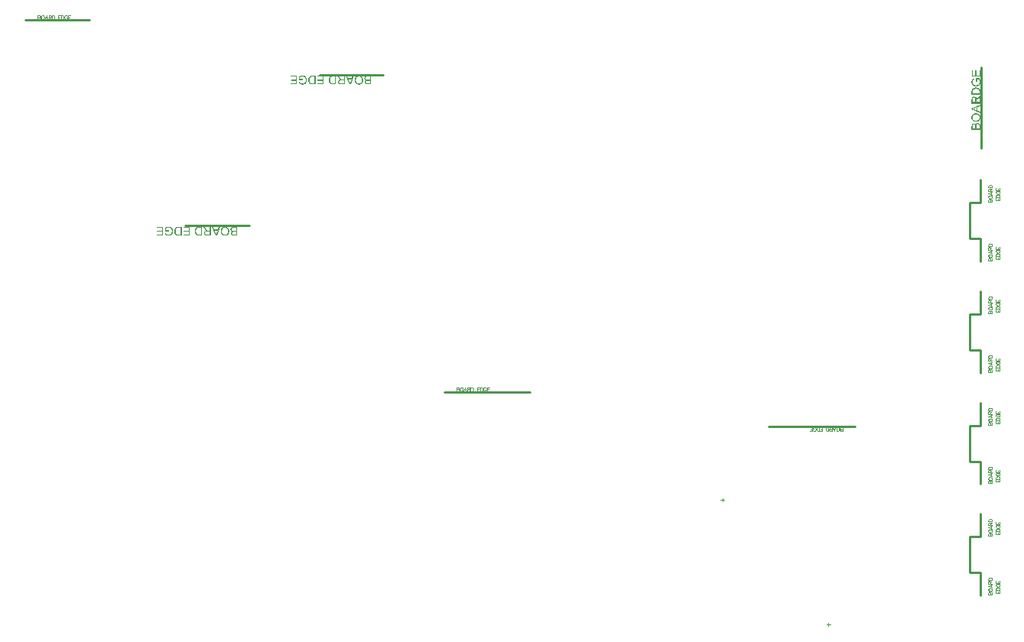
<source format=gm1>
G04*
G04 #@! TF.GenerationSoftware,Altium Limited,Altium Designer,21.5.1 (32)*
G04*
G04 Layer_Color=16711935*
%FSLAX25Y25*%
%MOIN*%
G70*
G04*
G04 #@! TF.SameCoordinates,54AFFEB1-3E94-4089-A03D-164D74B6EA14*
G04*
G04*
G04 #@! TF.FilePolarity,Positive*
G04*
G01*
G75*
%ADD12C,0.01000*%
%ADD16C,0.00394*%
%ADD225C,0.00309*%
G36*
X-472Y-38401D02*
X-4313D01*
Y-35620D01*
X-3858D01*
Y-37890D01*
X-2687D01*
Y-35764D01*
X-2232D01*
Y-37890D01*
X-927D01*
Y-35531D01*
X-472D01*
Y-38401D01*
D02*
G37*
G36*
X-1000Y-39161D02*
X-994Y-39172D01*
X-977Y-39194D01*
X-955Y-39222D01*
X-933Y-39255D01*
X-905Y-39294D01*
X-872Y-39344D01*
X-838Y-39394D01*
X-766Y-39511D01*
X-689Y-39644D01*
X-617Y-39783D01*
X-556Y-39932D01*
Y-39938D01*
X-550Y-39949D01*
X-544Y-39971D01*
X-533Y-39999D01*
X-522Y-40038D01*
X-506Y-40082D01*
X-494Y-40132D01*
X-483Y-40182D01*
X-456Y-40304D01*
X-428Y-40443D01*
X-411Y-40593D01*
X-406Y-40748D01*
Y-40804D01*
X-411Y-40843D01*
Y-40892D01*
X-417Y-40953D01*
X-428Y-41020D01*
X-433Y-41092D01*
X-467Y-41253D01*
X-506Y-41425D01*
X-567Y-41603D01*
X-600Y-41692D01*
X-644Y-41780D01*
X-650Y-41786D01*
X-655Y-41803D01*
X-672Y-41825D01*
X-689Y-41858D01*
X-716Y-41897D01*
X-744Y-41936D01*
X-822Y-42041D01*
X-922Y-42152D01*
X-1044Y-42269D01*
X-1183Y-42380D01*
X-1344Y-42480D01*
X-1349D01*
X-1366Y-42491D01*
X-1388Y-42502D01*
X-1427Y-42519D01*
X-1466Y-42535D01*
X-1521Y-42552D01*
X-1577Y-42574D01*
X-1643Y-42596D01*
X-1715Y-42619D01*
X-1799Y-42641D01*
X-1882Y-42657D01*
X-1971Y-42674D01*
X-2165Y-42702D01*
X-2370Y-42713D01*
X-2376D01*
X-2398D01*
X-2426D01*
X-2465Y-42707D01*
X-2515D01*
X-2576Y-42702D01*
X-2637Y-42691D01*
X-2709Y-42685D01*
X-2787Y-42669D01*
X-2870Y-42657D01*
X-3047Y-42613D01*
X-3231Y-42557D01*
X-3414Y-42480D01*
X-3419Y-42474D01*
X-3436Y-42469D01*
X-3458Y-42458D01*
X-3491Y-42435D01*
X-3536Y-42413D01*
X-3580Y-42385D01*
X-3686Y-42308D01*
X-3808Y-42213D01*
X-3924Y-42097D01*
X-4041Y-41964D01*
X-4091Y-41886D01*
X-4141Y-41808D01*
X-4146Y-41803D01*
X-4152Y-41786D01*
X-4163Y-41764D01*
X-4180Y-41730D01*
X-4196Y-41686D01*
X-4219Y-41636D01*
X-4241Y-41581D01*
X-4263Y-41514D01*
X-4285Y-41442D01*
X-4302Y-41364D01*
X-4324Y-41281D01*
X-4341Y-41192D01*
X-4368Y-40998D01*
X-4379Y-40898D01*
Y-40720D01*
X-4374Y-40687D01*
Y-40643D01*
X-4363Y-40537D01*
X-4346Y-40421D01*
X-4318Y-40299D01*
X-4285Y-40165D01*
X-4241Y-40038D01*
Y-40032D01*
X-4235Y-40021D01*
X-4230Y-40005D01*
X-4219Y-39982D01*
X-4185Y-39921D01*
X-4146Y-39843D01*
X-4091Y-39760D01*
X-4024Y-39671D01*
X-3952Y-39588D01*
X-3863Y-39511D01*
X-3852Y-39499D01*
X-3819Y-39477D01*
X-3769Y-39444D01*
X-3697Y-39399D01*
X-3608Y-39355D01*
X-3497Y-39305D01*
X-3375Y-39255D01*
X-3236Y-39216D01*
X-3114Y-39677D01*
X-3120D01*
X-3125Y-39683D01*
X-3142Y-39688D01*
X-3164Y-39694D01*
X-3214Y-39710D01*
X-3280Y-39733D01*
X-3358Y-39766D01*
X-3430Y-39805D01*
X-3508Y-39843D01*
X-3575Y-39893D01*
X-3580Y-39899D01*
X-3602Y-39916D01*
X-3630Y-39949D01*
X-3669Y-39988D01*
X-3713Y-40038D01*
X-3758Y-40104D01*
X-3802Y-40176D01*
X-3841Y-40260D01*
X-3847Y-40271D01*
X-3858Y-40299D01*
X-3874Y-40349D01*
X-3897Y-40415D01*
X-3913Y-40493D01*
X-3930Y-40582D01*
X-3941Y-40682D01*
X-3946Y-40787D01*
Y-40848D01*
X-3941Y-40876D01*
Y-40909D01*
X-3935Y-40992D01*
X-3919Y-41087D01*
X-3902Y-41192D01*
X-3874Y-41292D01*
X-3836Y-41392D01*
X-3830Y-41403D01*
X-3819Y-41436D01*
X-3791Y-41481D01*
X-3763Y-41536D01*
X-3719Y-41603D01*
X-3675Y-41675D01*
X-3619Y-41742D01*
X-3558Y-41803D01*
X-3553Y-41808D01*
X-3530Y-41830D01*
X-3491Y-41858D01*
X-3447Y-41892D01*
X-3391Y-41930D01*
X-3325Y-41969D01*
X-3253Y-42008D01*
X-3175Y-42047D01*
X-3170D01*
X-3158Y-42052D01*
X-3142Y-42058D01*
X-3114Y-42069D01*
X-3081Y-42080D01*
X-3042Y-42091D01*
X-2998Y-42108D01*
X-2947Y-42119D01*
X-2831Y-42147D01*
X-2698Y-42169D01*
X-2559Y-42186D01*
X-2404Y-42191D01*
X-2398D01*
X-2381D01*
X-2354D01*
X-2320Y-42186D01*
X-2276D01*
X-2221Y-42180D01*
X-2165Y-42175D01*
X-2104Y-42169D01*
X-1965Y-42147D01*
X-1821Y-42119D01*
X-1677Y-42075D01*
X-1538Y-42019D01*
X-1532D01*
X-1521Y-42008D01*
X-1505Y-42002D01*
X-1482Y-41986D01*
X-1421Y-41947D01*
X-1344Y-41886D01*
X-1260Y-41814D01*
X-1177Y-41725D01*
X-1099Y-41620D01*
X-1027Y-41503D01*
Y-41497D01*
X-1022Y-41486D01*
X-1011Y-41470D01*
X-1000Y-41442D01*
X-988Y-41414D01*
X-977Y-41375D01*
X-944Y-41287D01*
X-916Y-41175D01*
X-888Y-41053D01*
X-866Y-40920D01*
X-861Y-40782D01*
Y-40726D01*
X-866Y-40693D01*
Y-40659D01*
X-877Y-40576D01*
X-888Y-40476D01*
X-911Y-40371D01*
X-944Y-40254D01*
X-983Y-40138D01*
Y-40132D01*
X-988Y-40121D01*
X-994Y-40110D01*
X-1005Y-40088D01*
X-1033Y-40027D01*
X-1066Y-39960D01*
X-1105Y-39882D01*
X-1149Y-39799D01*
X-1199Y-39721D01*
X-1255Y-39655D01*
X-1976D01*
Y-40787D01*
X-2431D01*
Y-39155D01*
X-1005D01*
X-1000Y-39161D01*
D02*
G37*
G36*
X-2340Y-43164D02*
X-2295D01*
X-2190Y-43169D01*
X-2068Y-43186D01*
X-1940Y-43203D01*
X-1807Y-43230D01*
X-1674Y-43264D01*
X-1668D01*
X-1657Y-43269D01*
X-1640Y-43275D01*
X-1618Y-43280D01*
X-1557Y-43303D01*
X-1479Y-43336D01*
X-1390Y-43369D01*
X-1302Y-43413D01*
X-1207Y-43469D01*
X-1118Y-43525D01*
X-1107Y-43530D01*
X-1080Y-43552D01*
X-1041Y-43586D01*
X-991Y-43630D01*
X-935Y-43680D01*
X-880Y-43741D01*
X-819Y-43802D01*
X-769Y-43874D01*
X-763Y-43885D01*
X-747Y-43907D01*
X-724Y-43946D01*
X-697Y-44002D01*
X-663Y-44068D01*
X-636Y-44146D01*
X-602Y-44235D01*
X-591Y-44276D01*
X-561Y-44356D01*
X-533Y-44456D01*
Y-44467D01*
X-528Y-44483D01*
X-522Y-44500D01*
X-517Y-44556D01*
X-506Y-44633D01*
X-494Y-44722D01*
X-483Y-44827D01*
X-478Y-44944D01*
X-472Y-45072D01*
Y-46454D01*
X-4313D01*
Y-46333D01*
X-4354D01*
Y-44857D01*
X-4349Y-44757D01*
X-4343Y-44646D01*
X-4332Y-44535D01*
X-4315Y-44424D01*
X-4299Y-44329D01*
Y-44324D01*
X-4293Y-44313D01*
Y-44296D01*
X-4282Y-44274D01*
X-4265Y-44213D01*
X-4238Y-44135D01*
X-4199Y-44046D01*
X-4149Y-43952D01*
X-4093Y-43857D01*
X-4021Y-43769D01*
X-4016Y-43763D01*
X-4010Y-43758D01*
X-3993Y-43741D01*
X-3977Y-43719D01*
X-3921Y-43663D01*
X-3844Y-43597D01*
X-3749Y-43525D01*
X-3638Y-43447D01*
X-3511Y-43375D01*
X-3366Y-43314D01*
X-3361D01*
X-3350Y-43308D01*
X-3327Y-43297D01*
X-3294Y-43291D01*
X-3255Y-43275D01*
X-3211Y-43264D01*
X-3161Y-43253D01*
X-3100Y-43236D01*
X-3039Y-43219D01*
X-2967Y-43208D01*
X-2811Y-43180D01*
X-2639Y-43164D01*
X-2451Y-43158D01*
X-2445D01*
X-2434D01*
X-2406D01*
X-2378D01*
X-2340Y-43164D01*
D02*
G37*
G36*
X-514Y-47158D02*
X-472D01*
Y-50028D01*
X-514D01*
Y-50201D01*
X-4354D01*
Y-48420D01*
X-4349Y-48375D01*
Y-48325D01*
X-4343Y-48209D01*
X-4326Y-48087D01*
X-4313Y-47978D01*
Y-47247D01*
X-3858D01*
Y-47278D01*
X-3838Y-47265D01*
X-3782Y-47243D01*
X-3710Y-47210D01*
X-3627Y-47182D01*
X-3527Y-47154D01*
X-3422Y-47137D01*
X-3305Y-47132D01*
X-3300D01*
X-3289D01*
X-3266D01*
X-3239Y-47137D01*
X-3200D01*
X-3161Y-47143D01*
X-3067Y-47165D01*
X-2956Y-47199D01*
X-2839Y-47243D01*
X-2723Y-47310D01*
X-2667Y-47354D01*
X-2620Y-47392D01*
X-2232D01*
Y-48161D01*
X-2223Y-48148D01*
X-2201Y-48103D01*
X-2140Y-48003D01*
X-2101Y-47953D01*
X-2068Y-47909D01*
X-2056Y-47898D01*
X-2029Y-47870D01*
X-1984Y-47826D01*
X-1929Y-47770D01*
X-1851Y-47709D01*
X-1768Y-47637D01*
X-1668Y-47565D01*
X-1557Y-47487D01*
X-514Y-46827D01*
Y-47158D01*
D02*
G37*
G36*
Y-51195D02*
X-1679Y-51644D01*
Y-53254D01*
X-514Y-53670D01*
Y-54208D01*
X-4354Y-52743D01*
Y-52188D01*
X-514Y-50617D01*
Y-51195D01*
D02*
G37*
G36*
X-2323Y-54447D02*
X-2273D01*
X-2212Y-54452D01*
X-2145Y-54463D01*
X-2073Y-54469D01*
X-1912Y-54497D01*
X-1735Y-54541D01*
X-1557Y-54602D01*
X-1468Y-54636D01*
X-1379Y-54680D01*
X-1374D01*
X-1357Y-54691D01*
X-1335Y-54702D01*
X-1302Y-54724D01*
X-1263Y-54747D01*
X-1224Y-54774D01*
X-1118Y-54852D01*
X-1008Y-54946D01*
X-891Y-55057D01*
X-780Y-55191D01*
X-680Y-55346D01*
Y-55352D01*
X-669Y-55363D01*
X-658Y-55390D01*
X-641Y-55424D01*
X-625Y-55462D01*
X-608Y-55507D01*
X-586Y-55563D01*
X-563Y-55624D01*
X-541Y-55690D01*
X-519Y-55762D01*
X-486Y-55923D01*
X-458Y-56095D01*
X-447Y-56278D01*
Y-56334D01*
X-453Y-56367D01*
Y-56417D01*
X-464Y-56473D01*
X-469Y-56534D01*
X-480Y-56606D01*
X-514Y-56756D01*
X-558Y-56917D01*
X-625Y-57083D01*
X-663Y-57166D01*
X-708Y-57250D01*
X-713Y-57255D01*
X-719Y-57266D01*
X-736Y-57288D01*
X-758Y-57322D01*
X-780Y-57355D01*
X-813Y-57394D01*
X-896Y-57488D01*
X-996Y-57594D01*
X-1118Y-57705D01*
X-1257Y-57805D01*
X-1418Y-57899D01*
X-1424D01*
X-1440Y-57910D01*
X-1463Y-57921D01*
X-1496Y-57932D01*
X-1540Y-57949D01*
X-1590Y-57966D01*
X-1646Y-57988D01*
X-1707Y-58004D01*
X-1779Y-58027D01*
X-1851Y-58049D01*
X-2018Y-58082D01*
X-2190Y-58104D01*
X-2378Y-58115D01*
X-2384D01*
X-2389D01*
X-2423D01*
X-2473Y-58110D01*
X-2539D01*
X-2617Y-58099D01*
X-2711Y-58088D01*
X-2817Y-58071D01*
X-2928Y-58049D01*
X-3044Y-58027D01*
X-3167Y-57993D01*
X-3289Y-57949D01*
X-3416Y-57899D01*
X-3538Y-57844D01*
X-3660Y-57771D01*
X-3771Y-57694D01*
X-3877Y-57605D01*
X-3882Y-57599D01*
X-3899Y-57583D01*
X-3927Y-57549D01*
X-3960Y-57511D01*
X-4005Y-57461D01*
X-4049Y-57399D01*
X-4099Y-57327D01*
X-4149Y-57244D01*
X-4199Y-57155D01*
X-4249Y-57055D01*
X-4293Y-56944D01*
X-4338Y-56828D01*
X-4371Y-56700D01*
X-4399Y-56567D01*
X-4415Y-56428D01*
X-4421Y-56278D01*
Y-56228D01*
X-4415Y-56190D01*
Y-56140D01*
X-4410Y-56090D01*
X-4399Y-56023D01*
X-4388Y-55957D01*
X-4360Y-55812D01*
X-4315Y-55646D01*
X-4249Y-55485D01*
X-4210Y-55401D01*
X-4166Y-55318D01*
X-4160Y-55313D01*
X-4154Y-55302D01*
X-4138Y-55279D01*
X-4121Y-55246D01*
X-4093Y-55213D01*
X-4060Y-55168D01*
X-3982Y-55074D01*
X-3882Y-54974D01*
X-3760Y-54863D01*
X-3616Y-54758D01*
X-3455Y-54669D01*
X-3449D01*
X-3433Y-54658D01*
X-3411Y-54647D01*
X-3377Y-54636D01*
X-3333Y-54613D01*
X-3283Y-54597D01*
X-3222Y-54575D01*
X-3155Y-54552D01*
X-3083Y-54536D01*
X-3005Y-54514D01*
X-2917Y-54491D01*
X-2828Y-54475D01*
X-2634Y-54452D01*
X-2423Y-54441D01*
X-2417D01*
X-2395D01*
X-2367D01*
X-2323Y-54447D01*
D02*
G37*
G36*
X-1529Y-58665D02*
X-1463Y-58676D01*
X-1385Y-58687D01*
X-1302Y-58709D01*
X-1213Y-58737D01*
X-1124Y-58776D01*
X-1113Y-58781D01*
X-1085Y-58798D01*
X-1046Y-58820D01*
X-991Y-58854D01*
X-935Y-58898D01*
X-874Y-58942D01*
X-813Y-58998D01*
X-763Y-59059D01*
X-758Y-59065D01*
X-741Y-59087D01*
X-719Y-59126D01*
X-697Y-59175D01*
X-663Y-59237D01*
X-630Y-59309D01*
X-602Y-59386D01*
X-575Y-59481D01*
Y-59492D01*
X-563Y-59525D01*
X-558Y-59581D01*
X-547Y-59653D01*
X-536Y-59742D01*
X-525Y-59847D01*
X-519Y-59964D01*
X-514Y-60097D01*
Y-61562D01*
X-4354D01*
Y-60052D01*
X-4349Y-60014D01*
Y-59969D01*
X-4338Y-59869D01*
X-4326Y-59758D01*
X-4304Y-59642D01*
X-4276Y-59525D01*
X-4238Y-59420D01*
Y-59414D01*
X-4232Y-59409D01*
X-4215Y-59375D01*
X-4188Y-59325D01*
X-4149Y-59270D01*
X-4099Y-59203D01*
X-4038Y-59131D01*
X-3960Y-59065D01*
X-3877Y-59003D01*
X-3866Y-58998D01*
X-3833Y-58981D01*
X-3788Y-58953D01*
X-3721Y-58926D01*
X-3644Y-58898D01*
X-3560Y-58870D01*
X-3466Y-58854D01*
X-3372Y-58848D01*
X-3361D01*
X-3333D01*
X-3283Y-58854D01*
X-3222Y-58865D01*
X-3150Y-58881D01*
X-3072Y-58909D01*
X-2994Y-58942D01*
X-2911Y-58987D01*
X-2900Y-58992D01*
X-2878Y-59009D01*
X-2833Y-59042D01*
X-2789Y-59087D01*
X-2734Y-59142D01*
X-2672Y-59209D01*
X-2617Y-59292D01*
X-2561Y-59386D01*
Y-59381D01*
X-2556Y-59370D01*
X-2550Y-59353D01*
X-2539Y-59331D01*
X-2517Y-59264D01*
X-2478Y-59187D01*
X-2428Y-59103D01*
X-2367Y-59009D01*
X-2295Y-58926D01*
X-2206Y-58848D01*
X-2195Y-58842D01*
X-2162Y-58820D01*
X-2112Y-58787D01*
X-2045Y-58754D01*
X-1957Y-58720D01*
X-1862Y-58687D01*
X-1751Y-58665D01*
X-1629Y-58659D01*
X-1624D01*
X-1618D01*
X-1585D01*
X-1529Y-58665D01*
D02*
G37*
G36*
X-333299Y-107783D02*
X-333854D01*
X-335424Y-103942D01*
X-334847D01*
X-334398Y-105108D01*
X-332788D01*
X-332372Y-103942D01*
X-331834D01*
X-333299Y-107783D01*
D02*
G37*
G36*
X-335841D02*
X-337622D01*
X-337667Y-107777D01*
X-337717D01*
X-337833Y-107772D01*
X-337955Y-107755D01*
X-338088Y-107738D01*
X-338211Y-107711D01*
X-338272Y-107694D01*
X-338322Y-107677D01*
X-338327D01*
X-338333Y-107672D01*
X-338366Y-107655D01*
X-338416Y-107633D01*
X-338477Y-107594D01*
X-338544Y-107544D01*
X-338616Y-107478D01*
X-338682Y-107400D01*
X-338749Y-107311D01*
Y-107306D01*
X-338755Y-107300D01*
X-338777Y-107267D01*
X-338799Y-107211D01*
X-338832Y-107139D01*
X-338860Y-107056D01*
X-338888Y-106956D01*
X-338904Y-106851D01*
X-338910Y-106734D01*
Y-106728D01*
Y-106717D01*
Y-106695D01*
X-338904Y-106667D01*
Y-106629D01*
X-338899Y-106590D01*
X-338877Y-106495D01*
X-338843Y-106384D01*
X-338799Y-106268D01*
X-338732Y-106151D01*
X-338688Y-106096D01*
X-338644Y-106040D01*
X-338638Y-106035D01*
X-338632Y-106029D01*
X-338616Y-106012D01*
X-338594Y-105996D01*
X-338566Y-105974D01*
X-338532Y-105951D01*
X-338488Y-105924D01*
X-338444Y-105890D01*
X-338388Y-105863D01*
X-338327Y-105835D01*
X-338261Y-105802D01*
X-338188Y-105774D01*
X-338105Y-105752D01*
X-338022Y-105724D01*
X-337928Y-105707D01*
X-337828Y-105691D01*
X-337839Y-105685D01*
X-337861Y-105674D01*
X-337894Y-105652D01*
X-337939Y-105630D01*
X-338038Y-105569D01*
X-338088Y-105530D01*
X-338133Y-105496D01*
X-338144Y-105485D01*
X-338172Y-105457D01*
X-338216Y-105413D01*
X-338272Y-105358D01*
X-338333Y-105280D01*
X-338405Y-105197D01*
X-338477Y-105097D01*
X-338555Y-104986D01*
X-339215Y-103942D01*
X-338582D01*
X-338077Y-104742D01*
Y-104747D01*
X-338066Y-104758D01*
X-338055Y-104775D01*
X-338038Y-104797D01*
X-338000Y-104858D01*
X-337950Y-104936D01*
X-337889Y-105019D01*
X-337828Y-105108D01*
X-337767Y-105191D01*
X-337711Y-105269D01*
X-337705Y-105274D01*
X-337689Y-105297D01*
X-337661Y-105330D01*
X-337622Y-105369D01*
X-337539Y-105452D01*
X-337495Y-105491D01*
X-337450Y-105524D01*
X-337445Y-105530D01*
X-337434Y-105535D01*
X-337411Y-105546D01*
X-337378Y-105563D01*
X-337345Y-105580D01*
X-337306Y-105596D01*
X-337217Y-105624D01*
X-337212D01*
X-337200Y-105630D01*
X-337178D01*
X-337151Y-105635D01*
X-337112Y-105641D01*
X-337067D01*
X-337006Y-105646D01*
X-336351D01*
Y-103942D01*
X-335841D01*
Y-107783D01*
D02*
G37*
G36*
X-354267Y-103881D02*
X-354217D01*
X-354156Y-103887D01*
X-354089Y-103898D01*
X-354017Y-103903D01*
X-353856Y-103937D01*
X-353684Y-103976D01*
X-353506Y-104037D01*
X-353418Y-104070D01*
X-353329Y-104114D01*
X-353323Y-104120D01*
X-353307Y-104125D01*
X-353284Y-104142D01*
X-353251Y-104159D01*
X-353212Y-104186D01*
X-353173Y-104214D01*
X-353068Y-104292D01*
X-352957Y-104392D01*
X-352840Y-104514D01*
X-352729Y-104653D01*
X-352629Y-104814D01*
Y-104819D01*
X-352618Y-104836D01*
X-352607Y-104858D01*
X-352591Y-104897D01*
X-352574Y-104936D01*
X-352557Y-104991D01*
X-352535Y-105047D01*
X-352513Y-105113D01*
X-352491Y-105185D01*
X-352468Y-105269D01*
X-352452Y-105352D01*
X-352435Y-105441D01*
X-352408Y-105635D01*
X-352396Y-105840D01*
Y-105846D01*
Y-105868D01*
Y-105896D01*
X-352402Y-105935D01*
Y-105985D01*
X-352408Y-106046D01*
X-352419Y-106107D01*
X-352424Y-106179D01*
X-352441Y-106257D01*
X-352452Y-106340D01*
X-352496Y-106518D01*
X-352552Y-106701D01*
X-352629Y-106884D01*
X-352635Y-106889D01*
X-352641Y-106906D01*
X-352652Y-106928D01*
X-352674Y-106962D01*
X-352696Y-107006D01*
X-352724Y-107050D01*
X-352801Y-107156D01*
X-352896Y-107278D01*
X-353012Y-107394D01*
X-353146Y-107511D01*
X-353223Y-107561D01*
X-353301Y-107611D01*
X-353307Y-107616D01*
X-353323Y-107622D01*
X-353345Y-107633D01*
X-353379Y-107650D01*
X-353423Y-107666D01*
X-353473Y-107689D01*
X-353529Y-107711D01*
X-353595Y-107733D01*
X-353667Y-107755D01*
X-353745Y-107772D01*
X-353828Y-107794D01*
X-353917Y-107811D01*
X-354111Y-107838D01*
X-354211Y-107850D01*
X-354389D01*
X-354422Y-107844D01*
X-354467D01*
X-354572Y-107833D01*
X-354689Y-107816D01*
X-354811Y-107789D01*
X-354944Y-107755D01*
X-355071Y-107711D01*
X-355077D01*
X-355088Y-107705D01*
X-355105Y-107700D01*
X-355127Y-107689D01*
X-355188Y-107655D01*
X-355266Y-107616D01*
X-355349Y-107561D01*
X-355438Y-107494D01*
X-355521Y-107422D01*
X-355599Y-107333D01*
X-355610Y-107322D01*
X-355632Y-107289D01*
X-355665Y-107239D01*
X-355710Y-107167D01*
X-355754Y-107078D01*
X-355804Y-106967D01*
X-355854Y-106845D01*
X-355893Y-106706D01*
X-355432Y-106584D01*
Y-106590D01*
X-355427Y-106595D01*
X-355421Y-106612D01*
X-355416Y-106634D01*
X-355399Y-106684D01*
X-355377Y-106751D01*
X-355343Y-106828D01*
X-355305Y-106901D01*
X-355266Y-106978D01*
X-355216Y-107045D01*
X-355210Y-107050D01*
X-355194Y-107072D01*
X-355160Y-107100D01*
X-355121Y-107139D01*
X-355071Y-107184D01*
X-355005Y-107228D01*
X-354933Y-107272D01*
X-354850Y-107311D01*
X-354838Y-107317D01*
X-354811Y-107328D01*
X-354761Y-107344D01*
X-354694Y-107367D01*
X-354616Y-107383D01*
X-354528Y-107400D01*
X-354428Y-107411D01*
X-354322Y-107417D01*
X-354261D01*
X-354233Y-107411D01*
X-354200D01*
X-354117Y-107405D01*
X-354023Y-107389D01*
X-353917Y-107372D01*
X-353817Y-107344D01*
X-353717Y-107306D01*
X-353706Y-107300D01*
X-353673Y-107289D01*
X-353628Y-107261D01*
X-353573Y-107234D01*
X-353506Y-107189D01*
X-353434Y-107145D01*
X-353368Y-107089D01*
X-353307Y-107028D01*
X-353301Y-107023D01*
X-353279Y-107000D01*
X-353251Y-106962D01*
X-353218Y-106917D01*
X-353179Y-106862D01*
X-353140Y-106795D01*
X-353101Y-106723D01*
X-353062Y-106645D01*
Y-106640D01*
X-353057Y-106629D01*
X-353051Y-106612D01*
X-353040Y-106584D01*
X-353029Y-106551D01*
X-353018Y-106512D01*
X-353001Y-106468D01*
X-352990Y-106418D01*
X-352962Y-106301D01*
X-352940Y-106168D01*
X-352924Y-106029D01*
X-352918Y-105874D01*
Y-105868D01*
Y-105851D01*
Y-105824D01*
X-352924Y-105790D01*
Y-105746D01*
X-352929Y-105691D01*
X-352935Y-105635D01*
X-352940Y-105574D01*
X-352962Y-105435D01*
X-352990Y-105291D01*
X-353035Y-105147D01*
X-353090Y-105008D01*
Y-105002D01*
X-353101Y-104991D01*
X-353107Y-104975D01*
X-353123Y-104952D01*
X-353162Y-104891D01*
X-353223Y-104814D01*
X-353295Y-104730D01*
X-353384Y-104647D01*
X-353490Y-104569D01*
X-353606Y-104497D01*
X-353612D01*
X-353623Y-104492D01*
X-353640Y-104481D01*
X-353667Y-104470D01*
X-353695Y-104458D01*
X-353734Y-104447D01*
X-353823Y-104414D01*
X-353934Y-104386D01*
X-354056Y-104359D01*
X-354189Y-104336D01*
X-354328Y-104331D01*
X-354383D01*
X-354417Y-104336D01*
X-354450D01*
X-354533Y-104348D01*
X-354633Y-104359D01*
X-354738Y-104381D01*
X-354855Y-104414D01*
X-354972Y-104453D01*
X-354977D01*
X-354988Y-104458D01*
X-354999Y-104464D01*
X-355022Y-104475D01*
X-355083Y-104503D01*
X-355149Y-104536D01*
X-355227Y-104575D01*
X-355310Y-104619D01*
X-355388Y-104669D01*
X-355454Y-104725D01*
Y-105446D01*
X-354322D01*
Y-105902D01*
X-355954D01*
Y-104475D01*
X-355948Y-104470D01*
X-355937Y-104464D01*
X-355915Y-104447D01*
X-355887Y-104425D01*
X-355854Y-104403D01*
X-355815Y-104375D01*
X-355765Y-104342D01*
X-355715Y-104309D01*
X-355599Y-104236D01*
X-355466Y-104159D01*
X-355327Y-104087D01*
X-355177Y-104026D01*
X-355171D01*
X-355160Y-104020D01*
X-355138Y-104015D01*
X-355110Y-104003D01*
X-355071Y-103992D01*
X-355027Y-103976D01*
X-354977Y-103964D01*
X-354927Y-103953D01*
X-354805Y-103926D01*
X-354666Y-103898D01*
X-354517Y-103881D01*
X-354361Y-103876D01*
X-354306D01*
X-354267Y-103881D01*
D02*
G37*
G36*
X-324480Y-107783D02*
X-325990D01*
X-326028Y-107777D01*
X-326073D01*
X-326173Y-107766D01*
X-326284Y-107755D01*
X-326400Y-107733D01*
X-326517Y-107705D01*
X-326622Y-107666D01*
X-326628D01*
X-326633Y-107661D01*
X-326667Y-107644D01*
X-326716Y-107616D01*
X-326772Y-107578D01*
X-326839Y-107528D01*
X-326911Y-107467D01*
X-326977Y-107389D01*
X-327038Y-107306D01*
X-327044Y-107294D01*
X-327061Y-107261D01*
X-327088Y-107217D01*
X-327116Y-107150D01*
X-327144Y-107072D01*
X-327172Y-106989D01*
X-327188Y-106895D01*
X-327194Y-106801D01*
Y-106790D01*
Y-106762D01*
X-327188Y-106712D01*
X-327177Y-106651D01*
X-327161Y-106579D01*
X-327133Y-106501D01*
X-327099Y-106423D01*
X-327055Y-106340D01*
X-327049Y-106329D01*
X-327033Y-106307D01*
X-327000Y-106262D01*
X-326955Y-106218D01*
X-326900Y-106162D01*
X-326833Y-106101D01*
X-326750Y-106046D01*
X-326656Y-105990D01*
X-326661D01*
X-326672Y-105985D01*
X-326689Y-105979D01*
X-326711Y-105968D01*
X-326778Y-105946D01*
X-326855Y-105907D01*
X-326939Y-105857D01*
X-327033Y-105796D01*
X-327116Y-105724D01*
X-327194Y-105635D01*
X-327199Y-105624D01*
X-327222Y-105591D01*
X-327255Y-105541D01*
X-327288Y-105474D01*
X-327322Y-105385D01*
X-327355Y-105291D01*
X-327377Y-105180D01*
X-327382Y-105058D01*
Y-105052D01*
Y-105047D01*
Y-105014D01*
X-327377Y-104958D01*
X-327366Y-104891D01*
X-327355Y-104814D01*
X-327333Y-104730D01*
X-327305Y-104642D01*
X-327266Y-104553D01*
X-327260Y-104542D01*
X-327244Y-104514D01*
X-327222Y-104475D01*
X-327188Y-104420D01*
X-327144Y-104364D01*
X-327099Y-104303D01*
X-327044Y-104242D01*
X-326983Y-104192D01*
X-326977Y-104186D01*
X-326955Y-104170D01*
X-326916Y-104148D01*
X-326866Y-104125D01*
X-326805Y-104092D01*
X-326733Y-104059D01*
X-326656Y-104031D01*
X-326561Y-104003D01*
X-326550D01*
X-326517Y-103992D01*
X-326461Y-103987D01*
X-326389Y-103976D01*
X-326300Y-103964D01*
X-326195Y-103953D01*
X-326078Y-103948D01*
X-325945Y-103942D01*
X-324480D01*
Y-107783D01*
D02*
G37*
G36*
X-339709D02*
X-341185D01*
X-341285Y-107777D01*
X-341396Y-107772D01*
X-341507Y-107761D01*
X-341618Y-107744D01*
X-341713Y-107727D01*
X-341718D01*
X-341729Y-107722D01*
X-341746D01*
X-341768Y-107711D01*
X-341829Y-107694D01*
X-341907Y-107666D01*
X-341996Y-107627D01*
X-342090Y-107578D01*
X-342184Y-107522D01*
X-342273Y-107450D01*
X-342279Y-107444D01*
X-342284Y-107439D01*
X-342301Y-107422D01*
X-342323Y-107405D01*
X-342379Y-107350D01*
X-342445Y-107272D01*
X-342517Y-107178D01*
X-342595Y-107067D01*
X-342667Y-106939D01*
X-342728Y-106795D01*
Y-106790D01*
X-342734Y-106778D01*
X-342745Y-106756D01*
X-342751Y-106723D01*
X-342767Y-106684D01*
X-342778Y-106640D01*
X-342789Y-106590D01*
X-342806Y-106529D01*
X-342823Y-106468D01*
X-342834Y-106395D01*
X-342862Y-106240D01*
X-342878Y-106068D01*
X-342884Y-105879D01*
Y-105874D01*
Y-105863D01*
Y-105835D01*
Y-105807D01*
X-342878Y-105768D01*
Y-105724D01*
X-342873Y-105618D01*
X-342856Y-105496D01*
X-342839Y-105369D01*
X-342811Y-105236D01*
X-342778Y-105102D01*
Y-105097D01*
X-342773Y-105086D01*
X-342767Y-105069D01*
X-342762Y-105047D01*
X-342739Y-104986D01*
X-342706Y-104908D01*
X-342673Y-104819D01*
X-342628Y-104730D01*
X-342573Y-104636D01*
X-342517Y-104547D01*
X-342512Y-104536D01*
X-342490Y-104508D01*
X-342456Y-104470D01*
X-342412Y-104420D01*
X-342362Y-104364D01*
X-342301Y-104309D01*
X-342240Y-104248D01*
X-342168Y-104198D01*
X-342157Y-104192D01*
X-342134Y-104175D01*
X-342096Y-104153D01*
X-342040Y-104125D01*
X-341973Y-104092D01*
X-341896Y-104064D01*
X-341807Y-104031D01*
X-341707Y-104003D01*
X-341696D01*
X-341679Y-103998D01*
X-341663Y-103992D01*
X-341607Y-103987D01*
X-341529Y-103976D01*
X-341441Y-103964D01*
X-341335Y-103953D01*
X-341219Y-103948D01*
X-341091Y-103942D01*
X-339709D01*
Y-107783D01*
D02*
G37*
G36*
X-345081D02*
X-347862D01*
Y-107328D01*
X-345592D01*
Y-106157D01*
X-347718D01*
Y-105702D01*
X-345592D01*
Y-104397D01*
X-347951D01*
Y-103942D01*
X-345081D01*
Y-107783D01*
D02*
G37*
G36*
X-348656D02*
X-350132D01*
X-350232Y-107777D01*
X-350343Y-107772D01*
X-350454Y-107761D01*
X-350565Y-107744D01*
X-350659Y-107727D01*
X-350665D01*
X-350676Y-107722D01*
X-350693D01*
X-350715Y-107711D01*
X-350776Y-107694D01*
X-350853Y-107666D01*
X-350942Y-107627D01*
X-351037Y-107578D01*
X-351131Y-107522D01*
X-351220Y-107450D01*
X-351225Y-107444D01*
X-351231Y-107439D01*
X-351248Y-107422D01*
X-351270Y-107405D01*
X-351325Y-107350D01*
X-351392Y-107272D01*
X-351464Y-107178D01*
X-351542Y-107067D01*
X-351614Y-106939D01*
X-351675Y-106795D01*
Y-106790D01*
X-351680Y-106778D01*
X-351692Y-106756D01*
X-351697Y-106723D01*
X-351714Y-106684D01*
X-351725Y-106640D01*
X-351736Y-106590D01*
X-351753Y-106529D01*
X-351769Y-106468D01*
X-351780Y-106395D01*
X-351808Y-106240D01*
X-351825Y-106068D01*
X-351830Y-105879D01*
Y-105874D01*
Y-105863D01*
Y-105835D01*
Y-105807D01*
X-351825Y-105768D01*
Y-105724D01*
X-351819Y-105618D01*
X-351802Y-105496D01*
X-351786Y-105369D01*
X-351758Y-105236D01*
X-351725Y-105102D01*
Y-105097D01*
X-351719Y-105086D01*
X-351714Y-105069D01*
X-351708Y-105047D01*
X-351686Y-104986D01*
X-351653Y-104908D01*
X-351619Y-104819D01*
X-351575Y-104730D01*
X-351519Y-104636D01*
X-351464Y-104547D01*
X-351458Y-104536D01*
X-351436Y-104508D01*
X-351403Y-104470D01*
X-351359Y-104420D01*
X-351309Y-104364D01*
X-351248Y-104309D01*
X-351186Y-104248D01*
X-351114Y-104198D01*
X-351103Y-104192D01*
X-351081Y-104175D01*
X-351042Y-104153D01*
X-350987Y-104125D01*
X-350920Y-104092D01*
X-350842Y-104064D01*
X-350754Y-104031D01*
X-350654Y-104003D01*
X-350643D01*
X-350626Y-103998D01*
X-350609Y-103992D01*
X-350554Y-103987D01*
X-350476Y-103976D01*
X-350387Y-103964D01*
X-350282Y-103953D01*
X-350165Y-103948D01*
X-350038Y-103942D01*
X-348656D01*
Y-107783D01*
D02*
G37*
G36*
X-356709D02*
X-359489D01*
Y-107328D01*
X-357219D01*
Y-106157D01*
X-359345D01*
Y-105702D01*
X-357219D01*
Y-104397D01*
X-359578D01*
Y-103942D01*
X-356709D01*
Y-107783D01*
D02*
G37*
G36*
X-329675Y-103881D02*
X-329625D01*
X-329569Y-103892D01*
X-329508Y-103898D01*
X-329436Y-103909D01*
X-329286Y-103942D01*
X-329125Y-103987D01*
X-328959Y-104053D01*
X-328875Y-104092D01*
X-328792Y-104137D01*
X-328787Y-104142D01*
X-328776Y-104148D01*
X-328753Y-104164D01*
X-328720Y-104186D01*
X-328687Y-104209D01*
X-328648Y-104242D01*
X-328554Y-104325D01*
X-328448Y-104425D01*
X-328337Y-104547D01*
X-328237Y-104686D01*
X-328143Y-104847D01*
Y-104852D01*
X-328132Y-104869D01*
X-328121Y-104891D01*
X-328110Y-104925D01*
X-328093Y-104969D01*
X-328076Y-105019D01*
X-328054Y-105075D01*
X-328037Y-105136D01*
X-328015Y-105208D01*
X-327993Y-105280D01*
X-327960Y-105446D01*
X-327938Y-105618D01*
X-327926Y-105807D01*
Y-105813D01*
Y-105818D01*
Y-105851D01*
X-327932Y-105902D01*
Y-105968D01*
X-327943Y-106046D01*
X-327954Y-106140D01*
X-327971Y-106246D01*
X-327993Y-106357D01*
X-328015Y-106473D01*
X-328048Y-106595D01*
X-328093Y-106717D01*
X-328143Y-106845D01*
X-328198Y-106967D01*
X-328271Y-107089D01*
X-328348Y-107200D01*
X-328437Y-107306D01*
X-328443Y-107311D01*
X-328459Y-107328D01*
X-328492Y-107356D01*
X-328531Y-107389D01*
X-328581Y-107433D01*
X-328642Y-107478D01*
X-328714Y-107528D01*
X-328798Y-107578D01*
X-328887Y-107627D01*
X-328987Y-107677D01*
X-329098Y-107722D01*
X-329214Y-107766D01*
X-329342Y-107800D01*
X-329475Y-107827D01*
X-329614Y-107844D01*
X-329764Y-107850D01*
X-329813D01*
X-329852Y-107844D01*
X-329902D01*
X-329952Y-107838D01*
X-330019Y-107827D01*
X-330085Y-107816D01*
X-330230Y-107789D01*
X-330396Y-107744D01*
X-330557Y-107677D01*
X-330640Y-107639D01*
X-330724Y-107594D01*
X-330729Y-107589D01*
X-330740Y-107583D01*
X-330763Y-107566D01*
X-330796Y-107550D01*
X-330829Y-107522D01*
X-330873Y-107489D01*
X-330968Y-107411D01*
X-331068Y-107311D01*
X-331179Y-107189D01*
X-331284Y-107045D01*
X-331373Y-106884D01*
Y-106878D01*
X-331384Y-106862D01*
X-331395Y-106839D01*
X-331406Y-106806D01*
X-331429Y-106762D01*
X-331445Y-106712D01*
X-331467Y-106651D01*
X-331489Y-106584D01*
X-331506Y-106512D01*
X-331528Y-106434D01*
X-331551Y-106345D01*
X-331567Y-106257D01*
X-331589Y-106062D01*
X-331600Y-105851D01*
Y-105846D01*
Y-105824D01*
Y-105796D01*
X-331595Y-105752D01*
Y-105702D01*
X-331589Y-105641D01*
X-331578Y-105574D01*
X-331573Y-105502D01*
X-331545Y-105341D01*
X-331501Y-105163D01*
X-331440Y-104986D01*
X-331406Y-104897D01*
X-331362Y-104808D01*
Y-104803D01*
X-331351Y-104786D01*
X-331340Y-104764D01*
X-331317Y-104730D01*
X-331295Y-104692D01*
X-331267Y-104653D01*
X-331190Y-104547D01*
X-331096Y-104436D01*
X-330984Y-104320D01*
X-330851Y-104209D01*
X-330696Y-104109D01*
X-330690D01*
X-330679Y-104098D01*
X-330651Y-104087D01*
X-330618Y-104070D01*
X-330579Y-104053D01*
X-330535Y-104037D01*
X-330479Y-104015D01*
X-330418Y-103992D01*
X-330352Y-103970D01*
X-330280Y-103948D01*
X-330119Y-103915D01*
X-329947Y-103887D01*
X-329764Y-103876D01*
X-329708D01*
X-329675Y-103881D01*
D02*
G37*
G36*
X-274933Y-41838D02*
X-275488D01*
X-277058Y-37997D01*
X-276481D01*
X-276031Y-39163D01*
X-274422D01*
X-274006Y-37997D01*
X-273467D01*
X-274933Y-41838D01*
D02*
G37*
G36*
X-277474D02*
X-279256D01*
X-279300Y-41832D01*
X-279350D01*
X-279467Y-41827D01*
X-279589Y-41810D01*
X-279722Y-41794D01*
X-279844Y-41766D01*
X-279905Y-41749D01*
X-279955Y-41732D01*
X-279961D01*
X-279966Y-41727D01*
X-280000Y-41710D01*
X-280050Y-41688D01*
X-280111Y-41649D01*
X-280177Y-41599D01*
X-280250Y-41533D01*
X-280316Y-41455D01*
X-280383Y-41366D01*
Y-41361D01*
X-280388Y-41355D01*
X-280411Y-41322D01*
X-280433Y-41266D01*
X-280466Y-41194D01*
X-280494Y-41111D01*
X-280521Y-41011D01*
X-280538Y-40906D01*
X-280544Y-40789D01*
Y-40784D01*
Y-40772D01*
Y-40750D01*
X-280538Y-40722D01*
Y-40684D01*
X-280533Y-40645D01*
X-280510Y-40550D01*
X-280477Y-40439D01*
X-280433Y-40323D01*
X-280366Y-40206D01*
X-280322Y-40151D01*
X-280277Y-40095D01*
X-280272Y-40090D01*
X-280266Y-40084D01*
X-280250Y-40067D01*
X-280227Y-40051D01*
X-280200Y-40029D01*
X-280166Y-40007D01*
X-280122Y-39979D01*
X-280078Y-39945D01*
X-280022Y-39918D01*
X-279961Y-39890D01*
X-279894Y-39857D01*
X-279822Y-39829D01*
X-279739Y-39807D01*
X-279656Y-39779D01*
X-279561Y-39762D01*
X-279461Y-39746D01*
X-279472Y-39740D01*
X-279495Y-39729D01*
X-279528Y-39707D01*
X-279572Y-39685D01*
X-279672Y-39623D01*
X-279722Y-39585D01*
X-279767Y-39551D01*
X-279778Y-39540D01*
X-279805Y-39513D01*
X-279850Y-39468D01*
X-279905Y-39413D01*
X-279966Y-39335D01*
X-280039Y-39252D01*
X-280111Y-39152D01*
X-280188Y-39041D01*
X-280849Y-37997D01*
X-280216D01*
X-279711Y-38797D01*
Y-38802D01*
X-279700Y-38813D01*
X-279689Y-38830D01*
X-279672Y-38852D01*
X-279633Y-38913D01*
X-279584Y-38991D01*
X-279522Y-39074D01*
X-279461Y-39163D01*
X-279400Y-39246D01*
X-279345Y-39324D01*
X-279339Y-39329D01*
X-279323Y-39352D01*
X-279295Y-39385D01*
X-279256Y-39424D01*
X-279173Y-39507D01*
X-279128Y-39546D01*
X-279084Y-39579D01*
X-279079Y-39585D01*
X-279067Y-39590D01*
X-279045Y-39601D01*
X-279012Y-39618D01*
X-278979Y-39635D01*
X-278940Y-39651D01*
X-278851Y-39679D01*
X-278845D01*
X-278834Y-39685D01*
X-278812D01*
X-278784Y-39690D01*
X-278746Y-39696D01*
X-278701D01*
X-278640Y-39701D01*
X-277985D01*
Y-37997D01*
X-277474D01*
Y-41838D01*
D02*
G37*
G36*
X-295901Y-37936D02*
X-295851D01*
X-295790Y-37942D01*
X-295723Y-37953D01*
X-295651Y-37958D01*
X-295490Y-37992D01*
X-295318Y-38031D01*
X-295140Y-38092D01*
X-295051Y-38125D01*
X-294963Y-38169D01*
X-294957Y-38175D01*
X-294940Y-38181D01*
X-294918Y-38197D01*
X-294885Y-38214D01*
X-294846Y-38242D01*
X-294807Y-38269D01*
X-294702Y-38347D01*
X-294591Y-38447D01*
X-294474Y-38569D01*
X-294363Y-38708D01*
X-294263Y-38869D01*
Y-38874D01*
X-294252Y-38891D01*
X-294241Y-38913D01*
X-294224Y-38952D01*
X-294208Y-38991D01*
X-294191Y-39046D01*
X-294169Y-39102D01*
X-294147Y-39168D01*
X-294125Y-39241D01*
X-294102Y-39324D01*
X-294086Y-39407D01*
X-294069Y-39496D01*
X-294041Y-39690D01*
X-294030Y-39895D01*
Y-39901D01*
Y-39923D01*
Y-39951D01*
X-294036Y-39990D01*
Y-40040D01*
X-294041Y-40101D01*
X-294052Y-40162D01*
X-294058Y-40234D01*
X-294075Y-40312D01*
X-294086Y-40395D01*
X-294130Y-40573D01*
X-294186Y-40756D01*
X-294263Y-40939D01*
X-294269Y-40944D01*
X-294274Y-40961D01*
X-294285Y-40983D01*
X-294308Y-41017D01*
X-294330Y-41061D01*
X-294358Y-41105D01*
X-294435Y-41211D01*
X-294530Y-41333D01*
X-294646Y-41449D01*
X-294779Y-41566D01*
X-294857Y-41616D01*
X-294935Y-41666D01*
X-294940Y-41671D01*
X-294957Y-41677D01*
X-294979Y-41688D01*
X-295012Y-41705D01*
X-295057Y-41721D01*
X-295107Y-41744D01*
X-295162Y-41766D01*
X-295229Y-41788D01*
X-295301Y-41810D01*
X-295379Y-41827D01*
X-295462Y-41849D01*
X-295551Y-41866D01*
X-295745Y-41894D01*
X-295845Y-41905D01*
X-296023D01*
X-296056Y-41899D01*
X-296100D01*
X-296206Y-41888D01*
X-296322Y-41871D01*
X-296444Y-41844D01*
X-296578Y-41810D01*
X-296705Y-41766D01*
X-296711D01*
X-296722Y-41760D01*
X-296739Y-41755D01*
X-296761Y-41744D01*
X-296822Y-41710D01*
X-296900Y-41671D01*
X-296983Y-41616D01*
X-297072Y-41549D01*
X-297155Y-41477D01*
X-297233Y-41388D01*
X-297244Y-41377D01*
X-297266Y-41344D01*
X-297299Y-41294D01*
X-297343Y-41222D01*
X-297388Y-41133D01*
X-297438Y-41022D01*
X-297488Y-40900D01*
X-297527Y-40761D01*
X-297066Y-40639D01*
Y-40645D01*
X-297060Y-40650D01*
X-297055Y-40667D01*
X-297049Y-40689D01*
X-297033Y-40739D01*
X-297010Y-40806D01*
X-296977Y-40883D01*
X-296938Y-40955D01*
X-296900Y-41033D01*
X-296850Y-41100D01*
X-296844Y-41105D01*
X-296827Y-41128D01*
X-296794Y-41155D01*
X-296755Y-41194D01*
X-296705Y-41239D01*
X-296639Y-41283D01*
X-296567Y-41327D01*
X-296483Y-41366D01*
X-296472Y-41372D01*
X-296444Y-41383D01*
X-296394Y-41399D01*
X-296328Y-41422D01*
X-296250Y-41438D01*
X-296161Y-41455D01*
X-296061Y-41466D01*
X-295956Y-41472D01*
X-295895D01*
X-295867Y-41466D01*
X-295834D01*
X-295751Y-41461D01*
X-295656Y-41444D01*
X-295551Y-41427D01*
X-295451Y-41399D01*
X-295351Y-41361D01*
X-295340Y-41355D01*
X-295307Y-41344D01*
X-295262Y-41316D01*
X-295207Y-41289D01*
X-295140Y-41244D01*
X-295068Y-41200D01*
X-295001Y-41144D01*
X-294940Y-41083D01*
X-294935Y-41078D01*
X-294913Y-41055D01*
X-294885Y-41017D01*
X-294852Y-40972D01*
X-294813Y-40917D01*
X-294774Y-40850D01*
X-294735Y-40778D01*
X-294696Y-40700D01*
Y-40695D01*
X-294691Y-40684D01*
X-294685Y-40667D01*
X-294674Y-40639D01*
X-294663Y-40606D01*
X-294652Y-40567D01*
X-294635Y-40523D01*
X-294624Y-40473D01*
X-294596Y-40356D01*
X-294574Y-40223D01*
X-294557Y-40084D01*
X-294552Y-39929D01*
Y-39923D01*
Y-39907D01*
Y-39879D01*
X-294557Y-39845D01*
Y-39801D01*
X-294563Y-39746D01*
X-294568Y-39690D01*
X-294574Y-39629D01*
X-294596Y-39490D01*
X-294624Y-39346D01*
X-294668Y-39202D01*
X-294724Y-39063D01*
Y-39057D01*
X-294735Y-39046D01*
X-294741Y-39030D01*
X-294757Y-39007D01*
X-294796Y-38946D01*
X-294857Y-38869D01*
X-294929Y-38785D01*
X-295018Y-38702D01*
X-295124Y-38625D01*
X-295240Y-38552D01*
X-295246D01*
X-295257Y-38547D01*
X-295273Y-38536D01*
X-295301Y-38525D01*
X-295329Y-38513D01*
X-295368Y-38502D01*
X-295457Y-38469D01*
X-295567Y-38441D01*
X-295690Y-38414D01*
X-295823Y-38391D01*
X-295962Y-38386D01*
X-296017D01*
X-296050Y-38391D01*
X-296084D01*
X-296167Y-38403D01*
X-296267Y-38414D01*
X-296372Y-38436D01*
X-296489Y-38469D01*
X-296605Y-38508D01*
X-296611D01*
X-296622Y-38513D01*
X-296633Y-38519D01*
X-296655Y-38530D01*
X-296716Y-38558D01*
X-296783Y-38591D01*
X-296861Y-38630D01*
X-296944Y-38675D01*
X-297022Y-38724D01*
X-297088Y-38780D01*
Y-39501D01*
X-295956D01*
Y-39957D01*
X-297588D01*
Y-38530D01*
X-297582Y-38525D01*
X-297571Y-38519D01*
X-297549Y-38502D01*
X-297521Y-38480D01*
X-297488Y-38458D01*
X-297449Y-38430D01*
X-297399Y-38397D01*
X-297349Y-38364D01*
X-297233Y-38291D01*
X-297099Y-38214D01*
X-296961Y-38142D01*
X-296811Y-38081D01*
X-296805D01*
X-296794Y-38075D01*
X-296772Y-38069D01*
X-296744Y-38058D01*
X-296705Y-38047D01*
X-296661Y-38031D01*
X-296611Y-38020D01*
X-296561Y-38008D01*
X-296439Y-37981D01*
X-296300Y-37953D01*
X-296150Y-37936D01*
X-295995Y-37931D01*
X-295939D01*
X-295901Y-37936D01*
D02*
G37*
G36*
X-266114Y-41838D02*
X-267623D01*
X-267662Y-41832D01*
X-267706D01*
X-267806Y-41821D01*
X-267917Y-41810D01*
X-268034Y-41788D01*
X-268150Y-41760D01*
X-268256Y-41721D01*
X-268262D01*
X-268267Y-41716D01*
X-268300Y-41699D01*
X-268350Y-41671D01*
X-268406Y-41633D01*
X-268472Y-41583D01*
X-268545Y-41522D01*
X-268611Y-41444D01*
X-268672Y-41361D01*
X-268678Y-41350D01*
X-268694Y-41316D01*
X-268722Y-41272D01*
X-268750Y-41205D01*
X-268778Y-41128D01*
X-268805Y-41044D01*
X-268822Y-40950D01*
X-268828Y-40856D01*
Y-40845D01*
Y-40817D01*
X-268822Y-40767D01*
X-268811Y-40706D01*
X-268794Y-40634D01*
X-268767Y-40556D01*
X-268733Y-40478D01*
X-268689Y-40395D01*
X-268683Y-40384D01*
X-268667Y-40362D01*
X-268633Y-40317D01*
X-268589Y-40273D01*
X-268533Y-40217D01*
X-268467Y-40156D01*
X-268384Y-40101D01*
X-268289Y-40045D01*
X-268295D01*
X-268306Y-40040D01*
X-268323Y-40034D01*
X-268345Y-40023D01*
X-268411Y-40001D01*
X-268489Y-39962D01*
X-268572Y-39912D01*
X-268667Y-39851D01*
X-268750Y-39779D01*
X-268828Y-39690D01*
X-268833Y-39679D01*
X-268855Y-39646D01*
X-268889Y-39596D01*
X-268922Y-39529D01*
X-268955Y-39440D01*
X-268989Y-39346D01*
X-269011Y-39235D01*
X-269016Y-39113D01*
Y-39107D01*
Y-39102D01*
Y-39068D01*
X-269011Y-39013D01*
X-269000Y-38946D01*
X-268989Y-38869D01*
X-268966Y-38785D01*
X-268939Y-38697D01*
X-268900Y-38608D01*
X-268894Y-38597D01*
X-268878Y-38569D01*
X-268855Y-38530D01*
X-268822Y-38475D01*
X-268778Y-38419D01*
X-268733Y-38358D01*
X-268678Y-38297D01*
X-268617Y-38247D01*
X-268611Y-38242D01*
X-268589Y-38225D01*
X-268550Y-38203D01*
X-268500Y-38181D01*
X-268439Y-38147D01*
X-268367Y-38114D01*
X-268289Y-38086D01*
X-268195Y-38058D01*
X-268184D01*
X-268150Y-38047D01*
X-268095Y-38042D01*
X-268023Y-38031D01*
X-267934Y-38020D01*
X-267829Y-38008D01*
X-267712Y-38003D01*
X-267579Y-37997D01*
X-266114D01*
Y-41838D01*
D02*
G37*
G36*
X-281343D02*
X-282819D01*
X-282919Y-41832D01*
X-283030Y-41827D01*
X-283141Y-41816D01*
X-283252Y-41799D01*
X-283346Y-41783D01*
X-283352D01*
X-283363Y-41777D01*
X-283380D01*
X-283402Y-41766D01*
X-283463Y-41749D01*
X-283541Y-41721D01*
X-283629Y-41683D01*
X-283724Y-41633D01*
X-283818Y-41577D01*
X-283907Y-41505D01*
X-283912Y-41499D01*
X-283918Y-41494D01*
X-283935Y-41477D01*
X-283957Y-41461D01*
X-284012Y-41405D01*
X-284079Y-41327D01*
X-284151Y-41233D01*
X-284229Y-41122D01*
X-284301Y-40994D01*
X-284362Y-40850D01*
Y-40845D01*
X-284368Y-40833D01*
X-284379Y-40811D01*
X-284384Y-40778D01*
X-284401Y-40739D01*
X-284412Y-40695D01*
X-284423Y-40645D01*
X-284440Y-40584D01*
X-284456Y-40523D01*
X-284468Y-40451D01*
X-284495Y-40295D01*
X-284512Y-40123D01*
X-284518Y-39934D01*
Y-39929D01*
Y-39918D01*
Y-39890D01*
Y-39862D01*
X-284512Y-39823D01*
Y-39779D01*
X-284506Y-39674D01*
X-284490Y-39551D01*
X-284473Y-39424D01*
X-284445Y-39290D01*
X-284412Y-39157D01*
Y-39152D01*
X-284406Y-39141D01*
X-284401Y-39124D01*
X-284395Y-39102D01*
X-284373Y-39041D01*
X-284340Y-38963D01*
X-284307Y-38874D01*
X-284262Y-38785D01*
X-284207Y-38691D01*
X-284151Y-38602D01*
X-284146Y-38591D01*
X-284123Y-38563D01*
X-284090Y-38525D01*
X-284046Y-38475D01*
X-283996Y-38419D01*
X-283935Y-38364D01*
X-283874Y-38303D01*
X-283802Y-38253D01*
X-283790Y-38247D01*
X-283768Y-38230D01*
X-283729Y-38208D01*
X-283674Y-38181D01*
X-283607Y-38147D01*
X-283530Y-38120D01*
X-283441Y-38086D01*
X-283341Y-38058D01*
X-283330D01*
X-283313Y-38053D01*
X-283296Y-38047D01*
X-283241Y-38042D01*
X-283163Y-38031D01*
X-283074Y-38020D01*
X-282969Y-38008D01*
X-282853Y-38003D01*
X-282725Y-37997D01*
X-281343D01*
Y-41838D01*
D02*
G37*
G36*
X-286715D02*
X-289496D01*
Y-41383D01*
X-287226D01*
Y-40212D01*
X-289352D01*
Y-39757D01*
X-287226D01*
Y-38453D01*
X-289585D01*
Y-37997D01*
X-286715D01*
Y-41838D01*
D02*
G37*
G36*
X-290289D02*
X-291766D01*
X-291866Y-41832D01*
X-291977Y-41827D01*
X-292088Y-41816D01*
X-292199Y-41799D01*
X-292293Y-41783D01*
X-292299D01*
X-292310Y-41777D01*
X-292326D01*
X-292349Y-41766D01*
X-292410Y-41749D01*
X-292487Y-41721D01*
X-292576Y-41683D01*
X-292670Y-41633D01*
X-292765Y-41577D01*
X-292854Y-41505D01*
X-292859Y-41499D01*
X-292865Y-41494D01*
X-292881Y-41477D01*
X-292903Y-41461D01*
X-292959Y-41405D01*
X-293026Y-41327D01*
X-293098Y-41233D01*
X-293176Y-41122D01*
X-293248Y-40994D01*
X-293309Y-40850D01*
Y-40845D01*
X-293314Y-40833D01*
X-293325Y-40811D01*
X-293331Y-40778D01*
X-293348Y-40739D01*
X-293359Y-40695D01*
X-293370Y-40645D01*
X-293386Y-40584D01*
X-293403Y-40523D01*
X-293414Y-40451D01*
X-293442Y-40295D01*
X-293459Y-40123D01*
X-293464Y-39934D01*
Y-39929D01*
Y-39918D01*
Y-39890D01*
Y-39862D01*
X-293459Y-39823D01*
Y-39779D01*
X-293453Y-39674D01*
X-293436Y-39551D01*
X-293420Y-39424D01*
X-293392Y-39290D01*
X-293359Y-39157D01*
Y-39152D01*
X-293353Y-39141D01*
X-293348Y-39124D01*
X-293342Y-39102D01*
X-293320Y-39041D01*
X-293286Y-38963D01*
X-293253Y-38874D01*
X-293209Y-38785D01*
X-293153Y-38691D01*
X-293098Y-38602D01*
X-293092Y-38591D01*
X-293070Y-38563D01*
X-293037Y-38525D01*
X-292992Y-38475D01*
X-292942Y-38419D01*
X-292881Y-38364D01*
X-292820Y-38303D01*
X-292748Y-38253D01*
X-292737Y-38247D01*
X-292715Y-38230D01*
X-292676Y-38208D01*
X-292620Y-38181D01*
X-292554Y-38147D01*
X-292476Y-38120D01*
X-292387Y-38086D01*
X-292287Y-38058D01*
X-292276D01*
X-292260Y-38053D01*
X-292243Y-38047D01*
X-292188Y-38042D01*
X-292110Y-38031D01*
X-292021Y-38020D01*
X-291916Y-38008D01*
X-291799Y-38003D01*
X-291671Y-37997D01*
X-290289D01*
Y-41838D01*
D02*
G37*
G36*
X-298342D02*
X-301123D01*
Y-41383D01*
X-298853D01*
Y-40212D01*
X-300979D01*
Y-39757D01*
X-298853D01*
Y-38453D01*
X-301212D01*
Y-37997D01*
X-298342D01*
Y-41838D01*
D02*
G37*
G36*
X-271308Y-37936D02*
X-271258D01*
X-271203Y-37947D01*
X-271142Y-37953D01*
X-271070Y-37964D01*
X-270920Y-37997D01*
X-270759Y-38042D01*
X-270592Y-38108D01*
X-270509Y-38147D01*
X-270426Y-38192D01*
X-270421Y-38197D01*
X-270409Y-38203D01*
X-270387Y-38219D01*
X-270354Y-38242D01*
X-270321Y-38264D01*
X-270282Y-38297D01*
X-270187Y-38380D01*
X-270082Y-38480D01*
X-269971Y-38602D01*
X-269871Y-38741D01*
X-269777Y-38902D01*
Y-38908D01*
X-269766Y-38924D01*
X-269755Y-38946D01*
X-269743Y-38980D01*
X-269727Y-39024D01*
X-269710Y-39074D01*
X-269688Y-39130D01*
X-269671Y-39191D01*
X-269649Y-39263D01*
X-269627Y-39335D01*
X-269594Y-39501D01*
X-269571Y-39674D01*
X-269560Y-39862D01*
Y-39868D01*
Y-39873D01*
Y-39907D01*
X-269566Y-39957D01*
Y-40023D01*
X-269577Y-40101D01*
X-269588Y-40195D01*
X-269605Y-40301D01*
X-269627Y-40412D01*
X-269649Y-40528D01*
X-269682Y-40650D01*
X-269727Y-40772D01*
X-269777Y-40900D01*
X-269832Y-41022D01*
X-269904Y-41144D01*
X-269982Y-41255D01*
X-270071Y-41361D01*
X-270076Y-41366D01*
X-270093Y-41383D01*
X-270126Y-41411D01*
X-270165Y-41444D01*
X-270215Y-41488D01*
X-270276Y-41533D01*
X-270348Y-41583D01*
X-270432Y-41633D01*
X-270520Y-41683D01*
X-270620Y-41732D01*
X-270731Y-41777D01*
X-270848Y-41821D01*
X-270975Y-41855D01*
X-271109Y-41882D01*
X-271247Y-41899D01*
X-271397Y-41905D01*
X-271447D01*
X-271486Y-41899D01*
X-271536D01*
X-271586Y-41894D01*
X-271653Y-41882D01*
X-271719Y-41871D01*
X-271864Y-41844D01*
X-272030Y-41799D01*
X-272191Y-41732D01*
X-272274Y-41694D01*
X-272357Y-41649D01*
X-272363Y-41644D01*
X-272374Y-41638D01*
X-272396Y-41622D01*
X-272430Y-41605D01*
X-272463Y-41577D01*
X-272507Y-41544D01*
X-272602Y-41466D01*
X-272702Y-41366D01*
X-272813Y-41244D01*
X-272918Y-41100D01*
X-273007Y-40939D01*
Y-40933D01*
X-273018Y-40917D01*
X-273029Y-40894D01*
X-273040Y-40861D01*
X-273062Y-40817D01*
X-273079Y-40767D01*
X-273101Y-40706D01*
X-273123Y-40639D01*
X-273140Y-40567D01*
X-273162Y-40489D01*
X-273184Y-40400D01*
X-273201Y-40312D01*
X-273223Y-40117D01*
X-273234Y-39907D01*
Y-39901D01*
Y-39879D01*
Y-39851D01*
X-273229Y-39807D01*
Y-39757D01*
X-273223Y-39696D01*
X-273212Y-39629D01*
X-273207Y-39557D01*
X-273179Y-39396D01*
X-273134Y-39218D01*
X-273073Y-39041D01*
X-273040Y-38952D01*
X-272996Y-38863D01*
Y-38858D01*
X-272985Y-38841D01*
X-272973Y-38819D01*
X-272951Y-38785D01*
X-272929Y-38747D01*
X-272901Y-38708D01*
X-272824Y-38602D01*
X-272729Y-38491D01*
X-272618Y-38375D01*
X-272485Y-38264D01*
X-272330Y-38164D01*
X-272324D01*
X-272313Y-38153D01*
X-272285Y-38142D01*
X-272252Y-38125D01*
X-272213Y-38108D01*
X-272169Y-38092D01*
X-272113Y-38069D01*
X-272052Y-38047D01*
X-271986Y-38025D01*
X-271913Y-38003D01*
X-271753Y-37970D01*
X-271580Y-37942D01*
X-271397Y-37931D01*
X-271342D01*
X-271308Y-37936D01*
D02*
G37*
%LPC*%
G36*
X-2420Y-43801D02*
X-2426D01*
X-2448D01*
X-2476D01*
X-2520Y-43806D01*
X-2570D01*
X-2626Y-43812D01*
X-2692Y-43817D01*
X-2759Y-43823D01*
X-2909Y-43851D01*
X-3064Y-43884D01*
X-3208Y-43934D01*
X-3280Y-43967D01*
X-3342Y-44001D01*
X-3347D01*
X-3358Y-44012D01*
X-3375Y-44023D01*
X-3397Y-44034D01*
X-3453Y-44078D01*
X-3519Y-44134D01*
X-3591Y-44206D01*
X-3664Y-44289D01*
X-3725Y-44383D01*
X-3774Y-44483D01*
X-3780Y-44494D01*
X-3786Y-44522D01*
X-3802Y-44572D01*
X-3819Y-44644D01*
X-3830Y-44733D01*
X-3847Y-44844D01*
X-3852Y-44911D01*
Y-44983D01*
X-3858Y-45055D01*
Y-45822D01*
X-969D01*
Y-44912D01*
X-974Y-44873D01*
X-980Y-44790D01*
X-985Y-44695D01*
X-996Y-44596D01*
X-1013Y-44496D01*
X-1027Y-44444D01*
X-1044Y-44406D01*
X-1077Y-44350D01*
X-1111Y-44295D01*
X-1149Y-44239D01*
X-1194Y-44184D01*
X-1205Y-44178D01*
X-1227Y-44156D01*
X-1266Y-44123D01*
X-1321Y-44084D01*
X-1393Y-44039D01*
X-1477Y-43989D01*
X-1571Y-43945D01*
X-1677Y-43906D01*
X-1682D01*
X-1693Y-43901D01*
X-1710Y-43895D01*
X-1732Y-43889D01*
X-1760Y-43884D01*
X-1799Y-43873D01*
X-1837Y-43862D01*
X-1882Y-43851D01*
X-1993Y-43834D01*
X-2121Y-43817D01*
X-2265Y-43806D01*
X-2420Y-43801D01*
D02*
G37*
G36*
X-927Y-47721D02*
X-1313Y-47965D01*
X-1318D01*
X-1329Y-47976D01*
X-1346Y-47987D01*
X-1368Y-48003D01*
X-1429Y-48042D01*
X-1507Y-48092D01*
X-1590Y-48153D01*
X-1679Y-48214D01*
X-1762Y-48275D01*
X-1840Y-48331D01*
X-1846Y-48336D01*
X-1868Y-48353D01*
X-1901Y-48381D01*
X-1940Y-48420D01*
X-2023Y-48503D01*
X-2062Y-48547D01*
X-2095Y-48592D01*
X-2101Y-48597D01*
X-2106Y-48608D01*
X-2118Y-48630D01*
X-2134Y-48664D01*
X-2151Y-48697D01*
X-2167Y-48736D01*
X-2195Y-48825D01*
Y-48830D01*
X-2201Y-48841D01*
Y-48864D01*
X-2206Y-48891D01*
X-2212Y-48930D01*
Y-48975D01*
X-2217Y-49036D01*
Y-49517D01*
X-927D01*
Y-47721D01*
D02*
G37*
G36*
X-3300Y-47654D02*
X-3305D01*
X-3311D01*
X-3344Y-47659D01*
X-3394Y-47665D01*
X-3461Y-47676D01*
X-3527Y-47704D01*
X-3605Y-47737D01*
X-3677Y-47787D01*
X-3749Y-47853D01*
X-3755Y-47865D01*
X-3777Y-47892D01*
X-3805Y-47937D01*
X-3838Y-48009D01*
X-3858Y-48058D01*
Y-49517D01*
X-2687D01*
Y-48209D01*
X-2700Y-48136D01*
X-2723Y-48059D01*
X-2728Y-48048D01*
X-2739Y-48026D01*
X-2756Y-47992D01*
X-2778Y-47948D01*
X-2811Y-47898D01*
X-2850Y-47848D01*
X-2900Y-47798D01*
X-2956Y-47759D01*
X-2961Y-47754D01*
X-2983Y-47743D01*
X-3017Y-47726D01*
X-3061Y-47704D01*
X-3111Y-47687D01*
X-3167Y-47670D01*
X-3233Y-47659D01*
X-3300Y-47654D01*
D02*
G37*
G36*
X-2095Y-51805D02*
X-3150Y-52205D01*
X-3155D01*
X-3172Y-52210D01*
X-3200Y-52221D01*
X-3233Y-52232D01*
X-3272Y-52249D01*
X-3322Y-52266D01*
X-3377Y-52282D01*
X-3433Y-52305D01*
X-3560Y-52349D01*
X-3694Y-52393D01*
X-3827Y-52438D01*
X-3955Y-52477D01*
X-3949D01*
X-3938Y-52482D01*
X-3916D01*
X-3893Y-52493D01*
X-3855Y-52499D01*
X-3816Y-52510D01*
X-3721Y-52532D01*
X-3610Y-52560D01*
X-3488Y-52599D01*
X-3355Y-52638D01*
X-3216Y-52688D01*
X-2095Y-53104D01*
Y-51805D01*
D02*
G37*
G36*
X-2428Y-54963D02*
X-2434D01*
X-2451D01*
X-2473D01*
X-2506D01*
X-2545Y-54969D01*
X-2595D01*
X-2645Y-54974D01*
X-2706Y-54985D01*
X-2833Y-55002D01*
X-2967Y-55030D01*
X-3111Y-55068D01*
X-3244Y-55124D01*
X-3250D01*
X-3261Y-55129D01*
X-3277Y-55141D01*
X-3300Y-55152D01*
X-3366Y-55191D01*
X-3444Y-55240D01*
X-3533Y-55307D01*
X-3622Y-55390D01*
X-3710Y-55485D01*
X-3788Y-55590D01*
Y-55596D01*
X-3799Y-55601D01*
X-3805Y-55618D01*
X-3821Y-55646D01*
X-3833Y-55673D01*
X-3849Y-55707D01*
X-3888Y-55790D01*
X-3921Y-55890D01*
X-3955Y-56006D01*
X-3977Y-56140D01*
X-3982Y-56278D01*
Y-56328D01*
X-3977Y-56367D01*
X-3971Y-56417D01*
X-3960Y-56467D01*
X-3949Y-56528D01*
X-3938Y-56595D01*
X-3893Y-56739D01*
X-3860Y-56817D01*
X-3827Y-56894D01*
X-3782Y-56978D01*
X-3733Y-57055D01*
X-3677Y-57133D01*
X-3610Y-57205D01*
X-3605Y-57211D01*
X-3594Y-57222D01*
X-3572Y-57239D01*
X-3538Y-57266D01*
X-3500Y-57294D01*
X-3449Y-57327D01*
X-3388Y-57361D01*
X-3316Y-57399D01*
X-3239Y-57433D01*
X-3144Y-57472D01*
X-3044Y-57505D01*
X-2933Y-57533D01*
X-2811Y-57560D01*
X-2672Y-57577D01*
X-2528Y-57588D01*
X-2373Y-57594D01*
X-2367D01*
X-2345D01*
X-2306D01*
X-2256Y-57588D01*
X-2201Y-57583D01*
X-2134Y-57572D01*
X-2056Y-57560D01*
X-1979Y-57549D01*
X-1801Y-57505D01*
X-1712Y-57472D01*
X-1618Y-57438D01*
X-1529Y-57394D01*
X-1440Y-57344D01*
X-1357Y-57288D01*
X-1280Y-57222D01*
X-1274Y-57216D01*
X-1263Y-57205D01*
X-1241Y-57183D01*
X-1218Y-57155D01*
X-1185Y-57116D01*
X-1152Y-57072D01*
X-1118Y-57022D01*
X-1080Y-56967D01*
X-1041Y-56900D01*
X-1008Y-56828D01*
X-974Y-56750D01*
X-941Y-56667D01*
X-919Y-56578D01*
X-896Y-56489D01*
X-885Y-56389D01*
X-880Y-56284D01*
Y-56256D01*
X-885Y-56228D01*
Y-56190D01*
X-891Y-56140D01*
X-902Y-56084D01*
X-913Y-56018D01*
X-930Y-55951D01*
X-952Y-55873D01*
X-980Y-55801D01*
X-1008Y-55718D01*
X-1046Y-55640D01*
X-1096Y-55563D01*
X-1146Y-55485D01*
X-1207Y-55407D01*
X-1280Y-55335D01*
X-1285Y-55329D01*
X-1296Y-55318D01*
X-1324Y-55302D01*
X-1357Y-55274D01*
X-1396Y-55246D01*
X-1446Y-55218D01*
X-1507Y-55185D01*
X-1574Y-55146D01*
X-1651Y-55113D01*
X-1740Y-55080D01*
X-1835Y-55052D01*
X-1934Y-55019D01*
X-2045Y-54996D01*
X-2167Y-54980D01*
X-2295Y-54969D01*
X-2428Y-54963D01*
D02*
G37*
G36*
X-1629Y-59181D02*
X-1640D01*
X-1662D01*
X-1707Y-59187D01*
X-1757Y-59198D01*
X-1812Y-59209D01*
X-1873Y-59231D01*
X-1934Y-59259D01*
X-1995Y-59298D01*
X-2001Y-59303D01*
X-2023Y-59320D01*
X-2051Y-59342D01*
X-2084Y-59375D01*
X-2123Y-59420D01*
X-2162Y-59475D01*
X-2195Y-59536D01*
X-2223Y-59608D01*
X-2228Y-59619D01*
X-2234Y-59642D01*
X-2245Y-59692D01*
X-2256Y-59753D01*
X-2267Y-59830D01*
X-2279Y-59925D01*
X-2290Y-60041D01*
Y-61051D01*
X-969D01*
Y-59958D01*
X-974Y-59842D01*
X-980Y-59791D01*
X-985Y-59747D01*
Y-59742D01*
X-991Y-59719D01*
X-996Y-59686D01*
X-1008Y-59647D01*
X-1041Y-59553D01*
X-1085Y-59459D01*
X-1091Y-59453D01*
X-1102Y-59436D01*
X-1118Y-59414D01*
X-1141Y-59386D01*
X-1174Y-59359D01*
X-1207Y-59320D01*
X-1252Y-59292D01*
X-1302Y-59259D01*
X-1307Y-59253D01*
X-1324Y-59248D01*
X-1357Y-59237D01*
X-1396Y-59220D01*
X-1440Y-59203D01*
X-1496Y-59192D01*
X-1562Y-59187D01*
X-1629Y-59181D01*
D02*
G37*
G36*
X-3311Y-59348D02*
X-3322D01*
X-3344D01*
X-3377Y-59353D01*
X-3422Y-59359D01*
X-3477Y-59370D01*
X-3533Y-59386D01*
X-3588Y-59409D01*
X-3644Y-59442D01*
X-3649Y-59447D01*
X-3666Y-59459D01*
X-3694Y-59481D01*
X-3721Y-59509D01*
X-3755Y-59547D01*
X-3788Y-59592D01*
X-3821Y-59647D01*
X-3844Y-59708D01*
Y-59714D01*
X-3855Y-59742D01*
X-3860Y-59780D01*
X-3871Y-59842D01*
X-3882Y-59925D01*
X-3888Y-60019D01*
X-3899Y-60141D01*
Y-61051D01*
X-2745D01*
Y-60108D01*
X-2750Y-60036D01*
X-2756Y-59958D01*
X-2761Y-59880D01*
X-2772Y-59803D01*
X-2784Y-59742D01*
X-2789Y-59730D01*
X-2795Y-59708D01*
X-2811Y-59675D01*
X-2833Y-59631D01*
X-2856Y-59586D01*
X-2889Y-59536D01*
X-2933Y-59486D01*
X-2978Y-59447D01*
X-2983Y-59442D01*
X-3000Y-59431D01*
X-3033Y-59414D01*
X-3072Y-59398D01*
X-3117Y-59381D01*
X-3172Y-59364D01*
X-3239Y-59353D01*
X-3311Y-59348D01*
D02*
G37*
G36*
X-332938Y-105524D02*
X-334237D01*
X-333837Y-106579D01*
Y-106584D01*
X-333832Y-106601D01*
X-333821Y-106629D01*
X-333809Y-106662D01*
X-333793Y-106701D01*
X-333776Y-106751D01*
X-333759Y-106806D01*
X-333737Y-106862D01*
X-333693Y-106989D01*
X-333648Y-107123D01*
X-333604Y-107256D01*
X-333565Y-107383D01*
Y-107378D01*
X-333560Y-107367D01*
Y-107344D01*
X-333549Y-107322D01*
X-333543Y-107283D01*
X-333532Y-107245D01*
X-333510Y-107150D01*
X-333482Y-107039D01*
X-333443Y-106917D01*
X-333404Y-106784D01*
X-333354Y-106645D01*
X-332938Y-105524D01*
D02*
G37*
G36*
X-336351Y-106085D02*
X-337495D01*
X-337561Y-106090D01*
X-337639Y-106096D01*
X-337728Y-106101D01*
X-337817Y-106112D01*
X-337905Y-106129D01*
X-337983Y-106151D01*
X-337994Y-106157D01*
X-338016Y-106168D01*
X-338050Y-106184D01*
X-338094Y-106207D01*
X-338144Y-106240D01*
X-338194Y-106279D01*
X-338244Y-106329D01*
X-338283Y-106384D01*
X-338288Y-106390D01*
X-338299Y-106412D01*
X-338316Y-106445D01*
X-338338Y-106490D01*
X-338355Y-106540D01*
X-338371Y-106595D01*
X-338383Y-106662D01*
X-338388Y-106728D01*
Y-106734D01*
Y-106739D01*
X-338383Y-106773D01*
X-338377Y-106823D01*
X-338366Y-106889D01*
X-338338Y-106956D01*
X-338305Y-107034D01*
X-338255Y-107106D01*
X-338188Y-107178D01*
X-338177Y-107184D01*
X-338149Y-107206D01*
X-338105Y-107234D01*
X-338033Y-107267D01*
X-337950Y-107300D01*
X-337839Y-107328D01*
X-337711Y-107350D01*
X-337561Y-107356D01*
X-336351D01*
Y-106085D01*
D02*
G37*
G36*
X-324991Y-104397D02*
X-326084D01*
X-326200Y-104403D01*
X-326250Y-104409D01*
X-326295Y-104414D01*
X-326300D01*
X-326323Y-104420D01*
X-326356Y-104425D01*
X-326395Y-104436D01*
X-326489Y-104470D01*
X-326583Y-104514D01*
X-326589Y-104519D01*
X-326606Y-104531D01*
X-326628Y-104547D01*
X-326656Y-104569D01*
X-326683Y-104603D01*
X-326722Y-104636D01*
X-326750Y-104681D01*
X-326783Y-104730D01*
X-326789Y-104736D01*
X-326794Y-104753D01*
X-326805Y-104786D01*
X-326822Y-104825D01*
X-326839Y-104869D01*
X-326850Y-104925D01*
X-326855Y-104991D01*
X-326861Y-105058D01*
Y-105069D01*
Y-105091D01*
X-326855Y-105136D01*
X-326844Y-105185D01*
X-326833Y-105241D01*
X-326811Y-105302D01*
X-326783Y-105363D01*
X-326744Y-105424D01*
X-326739Y-105430D01*
X-326722Y-105452D01*
X-326700Y-105480D01*
X-326667Y-105513D01*
X-326622Y-105552D01*
X-326567Y-105591D01*
X-326506Y-105624D01*
X-326433Y-105652D01*
X-326422Y-105657D01*
X-326400Y-105663D01*
X-326350Y-105674D01*
X-326289Y-105685D01*
X-326212Y-105696D01*
X-326117Y-105707D01*
X-326001Y-105718D01*
X-324991D01*
Y-104397D01*
D02*
G37*
G36*
Y-106173D02*
X-325934D01*
X-326006Y-106179D01*
X-326084Y-106184D01*
X-326162Y-106190D01*
X-326239Y-106201D01*
X-326300Y-106212D01*
X-326311Y-106218D01*
X-326334Y-106223D01*
X-326367Y-106240D01*
X-326411Y-106262D01*
X-326456Y-106284D01*
X-326506Y-106318D01*
X-326556Y-106362D01*
X-326594Y-106406D01*
X-326600Y-106412D01*
X-326611Y-106429D01*
X-326628Y-106462D01*
X-326644Y-106501D01*
X-326661Y-106545D01*
X-326678Y-106601D01*
X-326689Y-106667D01*
X-326694Y-106739D01*
Y-106751D01*
Y-106773D01*
X-326689Y-106806D01*
X-326683Y-106851D01*
X-326672Y-106906D01*
X-326656Y-106962D01*
X-326633Y-107017D01*
X-326600Y-107072D01*
X-326594Y-107078D01*
X-326583Y-107095D01*
X-326561Y-107123D01*
X-326533Y-107150D01*
X-326495Y-107184D01*
X-326450Y-107217D01*
X-326395Y-107250D01*
X-326334Y-107272D01*
X-326328D01*
X-326300Y-107283D01*
X-326261Y-107289D01*
X-326200Y-107300D01*
X-326117Y-107311D01*
X-326023Y-107317D01*
X-325901Y-107328D01*
X-324991D01*
Y-106173D01*
D02*
G37*
G36*
X-340220Y-104397D02*
X-341130D01*
X-341169Y-104403D01*
X-341252Y-104409D01*
X-341346Y-104414D01*
X-341446Y-104425D01*
X-341546Y-104442D01*
X-341629Y-104464D01*
X-341640Y-104470D01*
X-341668Y-104475D01*
X-341707Y-104492D01*
X-341757Y-104514D01*
X-341812Y-104547D01*
X-341868Y-104581D01*
X-341923Y-104619D01*
X-341979Y-104664D01*
X-341985Y-104675D01*
X-342007Y-104697D01*
X-342040Y-104736D01*
X-342079Y-104791D01*
X-342123Y-104864D01*
X-342173Y-104947D01*
X-342218Y-105041D01*
X-342256Y-105147D01*
Y-105152D01*
X-342262Y-105163D01*
X-342268Y-105180D01*
X-342273Y-105202D01*
X-342279Y-105230D01*
X-342290Y-105269D01*
X-342301Y-105308D01*
X-342312Y-105352D01*
X-342329Y-105463D01*
X-342345Y-105591D01*
X-342356Y-105735D01*
X-342362Y-105890D01*
Y-105896D01*
Y-105918D01*
Y-105946D01*
X-342356Y-105990D01*
Y-106040D01*
X-342351Y-106096D01*
X-342345Y-106162D01*
X-342340Y-106229D01*
X-342312Y-106379D01*
X-342279Y-106534D01*
X-342229Y-106678D01*
X-342196Y-106751D01*
X-342162Y-106812D01*
Y-106817D01*
X-342151Y-106828D01*
X-342140Y-106845D01*
X-342129Y-106867D01*
X-342085Y-106923D01*
X-342029Y-106989D01*
X-341957Y-107061D01*
X-341874Y-107134D01*
X-341779Y-107195D01*
X-341679Y-107245D01*
X-341668Y-107250D01*
X-341640Y-107256D01*
X-341590Y-107272D01*
X-341518Y-107289D01*
X-341430Y-107300D01*
X-341319Y-107317D01*
X-341252Y-107322D01*
X-341180D01*
X-341108Y-107328D01*
X-340220D01*
Y-104397D01*
D02*
G37*
G36*
X-349166D02*
X-350077D01*
X-350115Y-104403D01*
X-350199Y-104409D01*
X-350293Y-104414D01*
X-350393Y-104425D01*
X-350493Y-104442D01*
X-350576Y-104464D01*
X-350587Y-104470D01*
X-350615Y-104475D01*
X-350654Y-104492D01*
X-350704Y-104514D01*
X-350759Y-104547D01*
X-350815Y-104581D01*
X-350870Y-104619D01*
X-350926Y-104664D01*
X-350931Y-104675D01*
X-350953Y-104697D01*
X-350987Y-104736D01*
X-351026Y-104791D01*
X-351070Y-104864D01*
X-351120Y-104947D01*
X-351164Y-105041D01*
X-351203Y-105147D01*
Y-105152D01*
X-351209Y-105163D01*
X-351214Y-105180D01*
X-351220Y-105202D01*
X-351225Y-105230D01*
X-351236Y-105269D01*
X-351248Y-105308D01*
X-351259Y-105352D01*
X-351275Y-105463D01*
X-351292Y-105591D01*
X-351303Y-105735D01*
X-351309Y-105890D01*
Y-105896D01*
Y-105918D01*
Y-105946D01*
X-351303Y-105990D01*
Y-106040D01*
X-351297Y-106096D01*
X-351292Y-106162D01*
X-351286Y-106229D01*
X-351259Y-106379D01*
X-351225Y-106534D01*
X-351175Y-106678D01*
X-351142Y-106751D01*
X-351109Y-106812D01*
Y-106817D01*
X-351098Y-106828D01*
X-351087Y-106845D01*
X-351076Y-106867D01*
X-351031Y-106923D01*
X-350976Y-106989D01*
X-350903Y-107061D01*
X-350820Y-107134D01*
X-350726Y-107195D01*
X-350626Y-107245D01*
X-350615Y-107250D01*
X-350587Y-107256D01*
X-350537Y-107272D01*
X-350465Y-107289D01*
X-350376Y-107300D01*
X-350265Y-107317D01*
X-350199Y-107322D01*
X-350126D01*
X-350054Y-107328D01*
X-349166D01*
Y-104397D01*
D02*
G37*
G36*
X-329758Y-104309D02*
X-329786D01*
X-329813Y-104314D01*
X-329852D01*
X-329902Y-104320D01*
X-329958Y-104331D01*
X-330024Y-104342D01*
X-330091Y-104359D01*
X-330169Y-104381D01*
X-330241Y-104409D01*
X-330324Y-104436D01*
X-330402Y-104475D01*
X-330479Y-104525D01*
X-330557Y-104575D01*
X-330635Y-104636D01*
X-330707Y-104708D01*
X-330713Y-104714D01*
X-330724Y-104725D01*
X-330740Y-104753D01*
X-330768Y-104786D01*
X-330796Y-104825D01*
X-330823Y-104875D01*
X-330857Y-104936D01*
X-330896Y-105002D01*
X-330929Y-105080D01*
X-330962Y-105169D01*
X-330990Y-105263D01*
X-331023Y-105363D01*
X-331046Y-105474D01*
X-331062Y-105596D01*
X-331073Y-105724D01*
X-331079Y-105857D01*
Y-105863D01*
Y-105879D01*
Y-105902D01*
Y-105935D01*
X-331073Y-105974D01*
Y-106024D01*
X-331068Y-106073D01*
X-331057Y-106135D01*
X-331040Y-106262D01*
X-331012Y-106395D01*
X-330973Y-106540D01*
X-330918Y-106673D01*
Y-106678D01*
X-330912Y-106690D01*
X-330901Y-106706D01*
X-330890Y-106728D01*
X-330851Y-106795D01*
X-330801Y-106873D01*
X-330735Y-106962D01*
X-330651Y-107050D01*
X-330557Y-107139D01*
X-330452Y-107217D01*
X-330446D01*
X-330441Y-107228D01*
X-330424Y-107234D01*
X-330396Y-107250D01*
X-330368Y-107261D01*
X-330335Y-107278D01*
X-330252Y-107317D01*
X-330152Y-107350D01*
X-330035Y-107383D01*
X-329902Y-107405D01*
X-329764Y-107411D01*
X-329714D01*
X-329675Y-107405D01*
X-329625Y-107400D01*
X-329575Y-107389D01*
X-329514Y-107378D01*
X-329447Y-107367D01*
X-329303Y-107322D01*
X-329225Y-107289D01*
X-329147Y-107256D01*
X-329064Y-107211D01*
X-328987Y-107161D01*
X-328909Y-107106D01*
X-328837Y-107039D01*
X-328831Y-107034D01*
X-328820Y-107023D01*
X-328803Y-107000D01*
X-328776Y-106967D01*
X-328748Y-106928D01*
X-328714Y-106878D01*
X-328681Y-106817D01*
X-328642Y-106745D01*
X-328609Y-106667D01*
X-328570Y-106573D01*
X-328537Y-106473D01*
X-328509Y-106362D01*
X-328481Y-106240D01*
X-328465Y-106101D01*
X-328454Y-105957D01*
X-328448Y-105802D01*
Y-105796D01*
Y-105774D01*
Y-105735D01*
X-328454Y-105685D01*
X-328459Y-105630D01*
X-328470Y-105563D01*
X-328481Y-105485D01*
X-328492Y-105408D01*
X-328537Y-105230D01*
X-328570Y-105141D01*
X-328604Y-105047D01*
X-328648Y-104958D01*
X-328698Y-104869D01*
X-328753Y-104786D01*
X-328820Y-104708D01*
X-328825Y-104703D01*
X-328837Y-104692D01*
X-328859Y-104669D01*
X-328887Y-104647D01*
X-328925Y-104614D01*
X-328970Y-104581D01*
X-329020Y-104547D01*
X-329075Y-104508D01*
X-329142Y-104470D01*
X-329214Y-104436D01*
X-329292Y-104403D01*
X-329375Y-104370D01*
X-329464Y-104348D01*
X-329553Y-104325D01*
X-329653Y-104314D01*
X-329758Y-104309D01*
D02*
G37*
G36*
X-274572Y-39579D02*
X-275871D01*
X-275471Y-40634D01*
Y-40639D01*
X-275465Y-40656D01*
X-275454Y-40684D01*
X-275443Y-40717D01*
X-275427Y-40756D01*
X-275410Y-40806D01*
X-275393Y-40861D01*
X-275371Y-40917D01*
X-275327Y-41044D01*
X-275282Y-41177D01*
X-275238Y-41311D01*
X-275199Y-41438D01*
Y-41433D01*
X-275194Y-41422D01*
Y-41399D01*
X-275182Y-41377D01*
X-275177Y-41339D01*
X-275166Y-41300D01*
X-275144Y-41205D01*
X-275116Y-41094D01*
X-275077Y-40972D01*
X-275038Y-40839D01*
X-274988Y-40700D01*
X-274572Y-39579D01*
D02*
G37*
G36*
X-277985Y-40140D02*
X-279128D01*
X-279195Y-40145D01*
X-279273Y-40151D01*
X-279362Y-40156D01*
X-279450Y-40167D01*
X-279539Y-40184D01*
X-279617Y-40206D01*
X-279628Y-40212D01*
X-279650Y-40223D01*
X-279683Y-40240D01*
X-279728Y-40262D01*
X-279778Y-40295D01*
X-279828Y-40334D01*
X-279878Y-40384D01*
X-279917Y-40439D01*
X-279922Y-40445D01*
X-279933Y-40467D01*
X-279950Y-40500D01*
X-279972Y-40545D01*
X-279989Y-40595D01*
X-280005Y-40650D01*
X-280016Y-40717D01*
X-280022Y-40784D01*
Y-40789D01*
Y-40795D01*
X-280016Y-40828D01*
X-280011Y-40878D01*
X-280000Y-40944D01*
X-279972Y-41011D01*
X-279939Y-41089D01*
X-279889Y-41161D01*
X-279822Y-41233D01*
X-279811Y-41239D01*
X-279783Y-41261D01*
X-279739Y-41289D01*
X-279667Y-41322D01*
X-279584Y-41355D01*
X-279472Y-41383D01*
X-279345Y-41405D01*
X-279195Y-41411D01*
X-277985D01*
Y-40140D01*
D02*
G37*
G36*
X-266624Y-38453D02*
X-267718D01*
X-267834Y-38458D01*
X-267884Y-38464D01*
X-267929Y-38469D01*
X-267934D01*
X-267956Y-38475D01*
X-267990Y-38480D01*
X-268028Y-38491D01*
X-268123Y-38525D01*
X-268217Y-38569D01*
X-268223Y-38575D01*
X-268239Y-38586D01*
X-268262Y-38602D01*
X-268289Y-38625D01*
X-268317Y-38658D01*
X-268356Y-38691D01*
X-268384Y-38735D01*
X-268417Y-38785D01*
X-268423Y-38791D01*
X-268428Y-38808D01*
X-268439Y-38841D01*
X-268456Y-38880D01*
X-268472Y-38924D01*
X-268483Y-38980D01*
X-268489Y-39046D01*
X-268495Y-39113D01*
Y-39124D01*
Y-39146D01*
X-268489Y-39191D01*
X-268478Y-39241D01*
X-268467Y-39296D01*
X-268445Y-39357D01*
X-268417Y-39418D01*
X-268378Y-39479D01*
X-268373Y-39485D01*
X-268356Y-39507D01*
X-268334Y-39535D01*
X-268300Y-39568D01*
X-268256Y-39607D01*
X-268200Y-39646D01*
X-268139Y-39679D01*
X-268067Y-39707D01*
X-268056Y-39712D01*
X-268034Y-39718D01*
X-267984Y-39729D01*
X-267923Y-39740D01*
X-267845Y-39751D01*
X-267751Y-39762D01*
X-267634Y-39773D01*
X-266624D01*
Y-38453D01*
D02*
G37*
G36*
Y-40229D02*
X-267568D01*
X-267640Y-40234D01*
X-267718Y-40240D01*
X-267795Y-40245D01*
X-267873Y-40256D01*
X-267934Y-40267D01*
X-267945Y-40273D01*
X-267967Y-40278D01*
X-268001Y-40295D01*
X-268045Y-40317D01*
X-268090Y-40339D01*
X-268139Y-40373D01*
X-268189Y-40417D01*
X-268228Y-40462D01*
X-268234Y-40467D01*
X-268245Y-40484D01*
X-268262Y-40517D01*
X-268278Y-40556D01*
X-268295Y-40600D01*
X-268312Y-40656D01*
X-268323Y-40722D01*
X-268328Y-40795D01*
Y-40806D01*
Y-40828D01*
X-268323Y-40861D01*
X-268317Y-40906D01*
X-268306Y-40961D01*
X-268289Y-41017D01*
X-268267Y-41072D01*
X-268234Y-41128D01*
X-268228Y-41133D01*
X-268217Y-41150D01*
X-268195Y-41177D01*
X-268167Y-41205D01*
X-268128Y-41239D01*
X-268084Y-41272D01*
X-268028Y-41305D01*
X-267967Y-41327D01*
X-267962D01*
X-267934Y-41339D01*
X-267895Y-41344D01*
X-267834Y-41355D01*
X-267751Y-41366D01*
X-267657Y-41372D01*
X-267534Y-41383D01*
X-266624D01*
Y-40229D01*
D02*
G37*
G36*
X-281854Y-38453D02*
X-282764D01*
X-282803Y-38458D01*
X-282886Y-38464D01*
X-282980Y-38469D01*
X-283080Y-38480D01*
X-283180Y-38497D01*
X-283263Y-38519D01*
X-283274Y-38525D01*
X-283302Y-38530D01*
X-283341Y-38547D01*
X-283391Y-38569D01*
X-283446Y-38602D01*
X-283502Y-38636D01*
X-283557Y-38675D01*
X-283613Y-38719D01*
X-283618Y-38730D01*
X-283641Y-38752D01*
X-283674Y-38791D01*
X-283713Y-38846D01*
X-283757Y-38919D01*
X-283807Y-39002D01*
X-283852Y-39096D01*
X-283890Y-39202D01*
Y-39207D01*
X-283896Y-39218D01*
X-283901Y-39235D01*
X-283907Y-39257D01*
X-283912Y-39285D01*
X-283924Y-39324D01*
X-283935Y-39363D01*
X-283946Y-39407D01*
X-283962Y-39518D01*
X-283979Y-39646D01*
X-283990Y-39790D01*
X-283996Y-39945D01*
Y-39951D01*
Y-39973D01*
Y-40001D01*
X-283990Y-40045D01*
Y-40095D01*
X-283985Y-40151D01*
X-283979Y-40217D01*
X-283974Y-40284D01*
X-283946Y-40434D01*
X-283912Y-40589D01*
X-283863Y-40734D01*
X-283829Y-40806D01*
X-283796Y-40867D01*
Y-40872D01*
X-283785Y-40883D01*
X-283774Y-40900D01*
X-283763Y-40922D01*
X-283718Y-40978D01*
X-283663Y-41044D01*
X-283591Y-41116D01*
X-283507Y-41189D01*
X-283413Y-41250D01*
X-283313Y-41300D01*
X-283302Y-41305D01*
X-283274Y-41311D01*
X-283224Y-41327D01*
X-283152Y-41344D01*
X-283063Y-41355D01*
X-282952Y-41372D01*
X-282886Y-41377D01*
X-282814D01*
X-282741Y-41383D01*
X-281854D01*
Y-38453D01*
D02*
G37*
G36*
X-290800D02*
X-291710D01*
X-291749Y-38458D01*
X-291832Y-38464D01*
X-291927Y-38469D01*
X-292027Y-38480D01*
X-292126Y-38497D01*
X-292210Y-38519D01*
X-292221Y-38525D01*
X-292249Y-38530D01*
X-292287Y-38547D01*
X-292337Y-38569D01*
X-292393Y-38602D01*
X-292448Y-38636D01*
X-292504Y-38675D01*
X-292559Y-38719D01*
X-292565Y-38730D01*
X-292587Y-38752D01*
X-292620Y-38791D01*
X-292659Y-38846D01*
X-292704Y-38919D01*
X-292754Y-39002D01*
X-292798Y-39096D01*
X-292837Y-39202D01*
Y-39207D01*
X-292843Y-39218D01*
X-292848Y-39235D01*
X-292854Y-39257D01*
X-292859Y-39285D01*
X-292870Y-39324D01*
X-292881Y-39363D01*
X-292892Y-39407D01*
X-292909Y-39518D01*
X-292926Y-39646D01*
X-292937Y-39790D01*
X-292942Y-39945D01*
Y-39951D01*
Y-39973D01*
Y-40001D01*
X-292937Y-40045D01*
Y-40095D01*
X-292931Y-40151D01*
X-292926Y-40217D01*
X-292920Y-40284D01*
X-292892Y-40434D01*
X-292859Y-40589D01*
X-292809Y-40734D01*
X-292776Y-40806D01*
X-292743Y-40867D01*
Y-40872D01*
X-292731Y-40883D01*
X-292720Y-40900D01*
X-292709Y-40922D01*
X-292665Y-40978D01*
X-292609Y-41044D01*
X-292537Y-41116D01*
X-292454Y-41189D01*
X-292360Y-41250D01*
X-292260Y-41300D01*
X-292249Y-41305D01*
X-292221Y-41311D01*
X-292171Y-41327D01*
X-292099Y-41344D01*
X-292010Y-41355D01*
X-291899Y-41372D01*
X-291832Y-41377D01*
X-291760D01*
X-291688Y-41383D01*
X-290800D01*
Y-38453D01*
D02*
G37*
G36*
X-271392Y-38364D02*
X-271420D01*
X-271447Y-38369D01*
X-271486D01*
X-271536Y-38375D01*
X-271591Y-38386D01*
X-271658Y-38397D01*
X-271725Y-38414D01*
X-271802Y-38436D01*
X-271875Y-38464D01*
X-271958Y-38491D01*
X-272036Y-38530D01*
X-272113Y-38580D01*
X-272191Y-38630D01*
X-272269Y-38691D01*
X-272341Y-38763D01*
X-272346Y-38769D01*
X-272357Y-38780D01*
X-272374Y-38808D01*
X-272402Y-38841D01*
X-272430Y-38880D01*
X-272457Y-38930D01*
X-272491Y-38991D01*
X-272530Y-39057D01*
X-272563Y-39135D01*
X-272596Y-39224D01*
X-272624Y-39318D01*
X-272657Y-39418D01*
X-272679Y-39529D01*
X-272696Y-39651D01*
X-272707Y-39779D01*
X-272713Y-39912D01*
Y-39918D01*
Y-39934D01*
Y-39957D01*
Y-39990D01*
X-272707Y-40029D01*
Y-40079D01*
X-272702Y-40129D01*
X-272690Y-40190D01*
X-272674Y-40317D01*
X-272646Y-40451D01*
X-272607Y-40595D01*
X-272552Y-40728D01*
Y-40734D01*
X-272546Y-40745D01*
X-272535Y-40761D01*
X-272524Y-40784D01*
X-272485Y-40850D01*
X-272435Y-40928D01*
X-272369Y-41017D01*
X-272285Y-41105D01*
X-272191Y-41194D01*
X-272085Y-41272D01*
X-272080D01*
X-272074Y-41283D01*
X-272058Y-41289D01*
X-272030Y-41305D01*
X-272002Y-41316D01*
X-271969Y-41333D01*
X-271886Y-41372D01*
X-271786Y-41405D01*
X-271669Y-41438D01*
X-271536Y-41461D01*
X-271397Y-41466D01*
X-271347D01*
X-271308Y-41461D01*
X-271258Y-41455D01*
X-271209Y-41444D01*
X-271147Y-41433D01*
X-271081Y-41422D01*
X-270937Y-41377D01*
X-270859Y-41344D01*
X-270781Y-41311D01*
X-270698Y-41266D01*
X-270620Y-41216D01*
X-270543Y-41161D01*
X-270470Y-41094D01*
X-270465Y-41089D01*
X-270454Y-41078D01*
X-270437Y-41055D01*
X-270409Y-41022D01*
X-270382Y-40983D01*
X-270348Y-40933D01*
X-270315Y-40872D01*
X-270276Y-40800D01*
X-270243Y-40722D01*
X-270204Y-40628D01*
X-270171Y-40528D01*
X-270143Y-40417D01*
X-270115Y-40295D01*
X-270099Y-40156D01*
X-270088Y-40012D01*
X-270082Y-39857D01*
Y-39851D01*
Y-39829D01*
Y-39790D01*
X-270088Y-39740D01*
X-270093Y-39685D01*
X-270104Y-39618D01*
X-270115Y-39540D01*
X-270126Y-39463D01*
X-270171Y-39285D01*
X-270204Y-39196D01*
X-270237Y-39102D01*
X-270282Y-39013D01*
X-270332Y-38924D01*
X-270387Y-38841D01*
X-270454Y-38763D01*
X-270459Y-38758D01*
X-270470Y-38747D01*
X-270493Y-38724D01*
X-270520Y-38702D01*
X-270559Y-38669D01*
X-270604Y-38636D01*
X-270654Y-38602D01*
X-270709Y-38563D01*
X-270776Y-38525D01*
X-270848Y-38491D01*
X-270925Y-38458D01*
X-271009Y-38425D01*
X-271098Y-38403D01*
X-271186Y-38380D01*
X-271286Y-38369D01*
X-271392Y-38364D01*
D02*
G37*
%LPD*%
D12*
X-234193Y-176004D02*
X-196756D01*
X-92693Y-190886D02*
X-55256D01*
X-198Y-69683D02*
Y-34254D01*
X-589Y-93306D02*
Y-83465D01*
Y-118898D02*
Y-109057D01*
X-5315D02*
X-589D01*
X-5315Y-93306D02*
X-589D01*
X-5315Y-109057D02*
Y-93306D01*
X-416693Y-13838D02*
X-388819D01*
X-589Y-141928D02*
Y-132087D01*
Y-167520D02*
Y-157679D01*
X-5315D02*
X-589D01*
X-5315Y-141928D02*
X-589D01*
X-5315Y-157679D02*
Y-141928D01*
X-589Y-238975D02*
Y-229134D01*
Y-264567D02*
Y-254726D01*
X-5315D02*
X-589D01*
X-5315Y-238975D02*
X-589D01*
X-5315Y-254726D02*
Y-238975D01*
X-589Y-190550D02*
Y-180709D01*
Y-216142D02*
Y-206301D01*
X-5315D02*
X-589D01*
X-5315Y-190550D02*
X-589D01*
X-5315Y-206301D02*
Y-190550D01*
X-347008Y-103485D02*
X-319134D01*
X-288642Y-37540D02*
X-260768D01*
D16*
X-113779Y-223031D02*
X-112205D01*
X-112992Y-223819D02*
Y-222244D01*
X-67520Y-277362D02*
X-65945D01*
X-66732Y-278150D02*
Y-276575D01*
D225*
X-228847Y-173906D02*
Y-175546D01*
Y-173906D02*
X-228144D01*
X-227910Y-173984D01*
X-227832Y-174062D01*
X-227753Y-174218D01*
Y-174374D01*
X-227832Y-174531D01*
X-227910Y-174609D01*
X-228144Y-174687D01*
X-228847D02*
X-228144D01*
X-227910Y-174765D01*
X-227832Y-174843D01*
X-227753Y-174999D01*
Y-175233D01*
X-227832Y-175390D01*
X-227910Y-175468D01*
X-228144Y-175546D01*
X-228847D01*
X-226918Y-173906D02*
X-227074Y-173984D01*
X-227230Y-174140D01*
X-227308Y-174296D01*
X-227386Y-174531D01*
Y-174921D01*
X-227308Y-175155D01*
X-227230Y-175312D01*
X-227074Y-175468D01*
X-226918Y-175546D01*
X-226605D01*
X-226449Y-175468D01*
X-226293Y-175312D01*
X-226215Y-175155D01*
X-226137Y-174921D01*
Y-174531D01*
X-226215Y-174296D01*
X-226293Y-174140D01*
X-226449Y-173984D01*
X-226605Y-173906D01*
X-226918D01*
X-224504Y-175546D02*
X-225129Y-173906D01*
X-225754Y-175546D01*
X-225520Y-174999D02*
X-224739D01*
X-224122Y-173906D02*
Y-175546D01*
Y-173906D02*
X-223419D01*
X-223184Y-173984D01*
X-223106Y-174062D01*
X-223028Y-174218D01*
Y-174374D01*
X-223106Y-174531D01*
X-223184Y-174609D01*
X-223419Y-174687D01*
X-224122D01*
X-223575D02*
X-223028Y-175546D01*
X-222661Y-173906D02*
Y-175546D01*
Y-173906D02*
X-222115D01*
X-221880Y-173984D01*
X-221724Y-174140D01*
X-221646Y-174296D01*
X-221568Y-174531D01*
Y-174921D01*
X-221646Y-175155D01*
X-221724Y-175312D01*
X-221880Y-175468D01*
X-222115Y-175546D01*
X-222661D01*
X-218897Y-173906D02*
X-219912D01*
Y-175546D01*
X-218897D01*
X-219912Y-174687D02*
X-219287D01*
X-218623Y-173906D02*
Y-175546D01*
Y-173906D02*
X-218077D01*
X-217842Y-173984D01*
X-217686Y-174140D01*
X-217608Y-174296D01*
X-217530Y-174531D01*
Y-174921D01*
X-217608Y-175155D01*
X-217686Y-175312D01*
X-217842Y-175468D01*
X-218077Y-175546D01*
X-218623D01*
X-215991Y-174296D02*
X-216069Y-174140D01*
X-216226Y-173984D01*
X-216382Y-173906D01*
X-216694D01*
X-216850Y-173984D01*
X-217007Y-174140D01*
X-217085Y-174296D01*
X-217163Y-174531D01*
Y-174921D01*
X-217085Y-175155D01*
X-217007Y-175312D01*
X-216850Y-175468D01*
X-216694Y-175546D01*
X-216382D01*
X-216226Y-175468D01*
X-216069Y-175312D01*
X-215991Y-175155D01*
Y-174921D01*
X-216382D02*
X-215991D01*
X-214601Y-173906D02*
X-215616D01*
Y-175546D01*
X-214601D01*
X-215616Y-174687D02*
X-214992D01*
X-60602Y-192984D02*
Y-191344D01*
Y-192984D02*
X-61305D01*
X-61539Y-192906D01*
X-61617Y-192828D01*
X-61695Y-192672D01*
Y-192515D01*
X-61617Y-192359D01*
X-61539Y-192281D01*
X-61305Y-192203D01*
X-60602D02*
X-61305D01*
X-61539Y-192125D01*
X-61617Y-192047D01*
X-61695Y-191891D01*
Y-191656D01*
X-61617Y-191500D01*
X-61539Y-191422D01*
X-61305Y-191344D01*
X-60602D01*
X-62531Y-192984D02*
X-62375Y-192906D01*
X-62219Y-192750D01*
X-62141Y-192594D01*
X-62063Y-192359D01*
Y-191969D01*
X-62141Y-191734D01*
X-62219Y-191578D01*
X-62375Y-191422D01*
X-62531Y-191344D01*
X-62844D01*
X-63000Y-191422D01*
X-63156Y-191578D01*
X-63234Y-191734D01*
X-63312Y-191969D01*
Y-192359D01*
X-63234Y-192594D01*
X-63156Y-192750D01*
X-63000Y-192906D01*
X-62844Y-192984D01*
X-62531D01*
X-64944Y-191344D02*
X-64320Y-192984D01*
X-63695Y-191344D01*
X-63929Y-191891D02*
X-64710D01*
X-65327Y-192984D02*
Y-191344D01*
Y-192984D02*
X-66030D01*
X-66264Y-192906D01*
X-66343Y-192828D01*
X-66421Y-192672D01*
Y-192515D01*
X-66343Y-192359D01*
X-66264Y-192281D01*
X-66030Y-192203D01*
X-65327D01*
X-65874D02*
X-66421Y-191344D01*
X-66788Y-192984D02*
Y-191344D01*
Y-192984D02*
X-67334D01*
X-67569Y-192906D01*
X-67725Y-192750D01*
X-67803Y-192594D01*
X-67881Y-192359D01*
Y-191969D01*
X-67803Y-191734D01*
X-67725Y-191578D01*
X-67569Y-191422D01*
X-67334Y-191344D01*
X-66788D01*
X-70552Y-192984D02*
X-69537D01*
Y-191344D01*
X-70552D01*
X-69537Y-192203D02*
X-70162D01*
X-70825Y-192984D02*
Y-191344D01*
Y-192984D02*
X-71372D01*
X-71607Y-192906D01*
X-71763Y-192750D01*
X-71841Y-192594D01*
X-71919Y-192359D01*
Y-191969D01*
X-71841Y-191734D01*
X-71763Y-191578D01*
X-71607Y-191422D01*
X-71372Y-191344D01*
X-70825D01*
X-73458Y-192594D02*
X-73379Y-192750D01*
X-73223Y-192906D01*
X-73067Y-192984D01*
X-72755D01*
X-72598Y-192906D01*
X-72442Y-192750D01*
X-72364Y-192594D01*
X-72286Y-192359D01*
Y-191969D01*
X-72364Y-191734D01*
X-72442Y-191578D01*
X-72598Y-191422D01*
X-72755Y-191344D01*
X-73067D01*
X-73223Y-191422D01*
X-73379Y-191578D01*
X-73458Y-191734D01*
Y-191969D01*
X-73067D02*
X-73458D01*
X-74848Y-192984D02*
X-73832D01*
Y-191344D01*
X-74848D01*
X-73832Y-192203D02*
X-74457D01*
X2975Y-93006D02*
X4615D01*
X2975D02*
Y-92303D01*
X3053Y-92068D01*
X3131Y-91990D01*
X3287Y-91912D01*
X3443D01*
X3599Y-91990D01*
X3678Y-92068D01*
X3756Y-92303D01*
Y-93006D02*
Y-92303D01*
X3834Y-92068D01*
X3912Y-91990D01*
X4068Y-91912D01*
X4302D01*
X4459Y-91990D01*
X4537Y-92068D01*
X4615Y-92303D01*
Y-93006D01*
X2975Y-91077D02*
X3053Y-91233D01*
X3209Y-91389D01*
X3365Y-91467D01*
X3599Y-91545D01*
X3990D01*
X4224Y-91467D01*
X4380Y-91389D01*
X4537Y-91233D01*
X4615Y-91077D01*
Y-90764D01*
X4537Y-90608D01*
X4380Y-90452D01*
X4224Y-90374D01*
X3990Y-90296D01*
X3599D01*
X3365Y-90374D01*
X3209Y-90452D01*
X3053Y-90608D01*
X2975Y-90764D01*
Y-91077D01*
X4615Y-88663D02*
X2975Y-89288D01*
X4615Y-89913D01*
X4068Y-89679D02*
Y-88898D01*
X2975Y-88280D02*
X4615D01*
X2975D02*
Y-87578D01*
X3053Y-87343D01*
X3131Y-87265D01*
X3287Y-87187D01*
X3443D01*
X3599Y-87265D01*
X3678Y-87343D01*
X3756Y-87578D01*
Y-88280D01*
Y-87734D02*
X4615Y-87187D01*
X2975Y-86820D02*
X4615D01*
X2975D02*
Y-86273D01*
X3053Y-86039D01*
X3209Y-85883D01*
X3365Y-85805D01*
X3599Y-85727D01*
X3990D01*
X4224Y-85805D01*
X4380Y-85883D01*
X4537Y-86039D01*
X4615Y-86273D01*
Y-86820D01*
X6292Y-91331D02*
Y-92346D01*
X7932D01*
Y-91331D01*
X7073Y-92346D02*
Y-91721D01*
X6292Y-91057D02*
X7932D01*
X6292D02*
Y-90510D01*
X6370Y-90276D01*
X6526Y-90120D01*
X6682Y-90042D01*
X6916Y-89964D01*
X7307D01*
X7541Y-90042D01*
X7697Y-90120D01*
X7854Y-90276D01*
X7932Y-90510D01*
Y-91057D01*
X6682Y-88425D02*
X6526Y-88503D01*
X6370Y-88660D01*
X6292Y-88816D01*
Y-89128D01*
X6370Y-89284D01*
X6526Y-89441D01*
X6682Y-89519D01*
X6916Y-89597D01*
X7307D01*
X7541Y-89519D01*
X7697Y-89441D01*
X7854Y-89284D01*
X7932Y-89128D01*
Y-88816D01*
X7854Y-88660D01*
X7697Y-88503D01*
X7541Y-88425D01*
X7307D01*
Y-88816D02*
Y-88425D01*
X6292Y-87035D02*
Y-88050D01*
X7932D01*
Y-87035D01*
X7073Y-88050D02*
Y-87425D01*
X2975Y-118596D02*
X4615D01*
X2975D02*
Y-117893D01*
X3053Y-117658D01*
X3131Y-117580D01*
X3287Y-117502D01*
X3443D01*
X3599Y-117580D01*
X3678Y-117658D01*
X3756Y-117893D01*
Y-118596D02*
Y-117893D01*
X3834Y-117658D01*
X3912Y-117580D01*
X4068Y-117502D01*
X4302D01*
X4459Y-117580D01*
X4537Y-117658D01*
X4615Y-117893D01*
Y-118596D01*
X2975Y-116666D02*
X3053Y-116823D01*
X3209Y-116979D01*
X3365Y-117057D01*
X3599Y-117135D01*
X3990D01*
X4224Y-117057D01*
X4380Y-116979D01*
X4537Y-116823D01*
X4615Y-116666D01*
Y-116354D01*
X4537Y-116198D01*
X4380Y-116042D01*
X4224Y-115963D01*
X3990Y-115885D01*
X3599D01*
X3365Y-115963D01*
X3209Y-116042D01*
X3053Y-116198D01*
X2975Y-116354D01*
Y-116666D01*
X4615Y-114253D02*
X2975Y-114878D01*
X4615Y-115503D01*
X4068Y-115268D02*
Y-114487D01*
X2975Y-113870D02*
X4615D01*
X2975D02*
Y-113167D01*
X3053Y-112933D01*
X3131Y-112855D01*
X3287Y-112777D01*
X3443D01*
X3599Y-112855D01*
X3678Y-112933D01*
X3756Y-113167D01*
Y-113870D01*
Y-113324D02*
X4615Y-112777D01*
X2975Y-112410D02*
X4615D01*
X2975D02*
Y-111863D01*
X3053Y-111629D01*
X3209Y-111472D01*
X3365Y-111394D01*
X3599Y-111316D01*
X3990D01*
X4224Y-111394D01*
X4380Y-111472D01*
X4537Y-111629D01*
X4615Y-111863D01*
Y-112410D01*
X6292Y-116920D02*
Y-117936D01*
X7932D01*
Y-116920D01*
X7073Y-117936D02*
Y-117311D01*
X6292Y-116647D02*
X7932D01*
X6292D02*
Y-116100D01*
X6370Y-115866D01*
X6526Y-115710D01*
X6682Y-115632D01*
X6916Y-115553D01*
X7307D01*
X7541Y-115632D01*
X7697Y-115710D01*
X7854Y-115866D01*
X7932Y-116100D01*
Y-116647D01*
X6682Y-114015D02*
X6526Y-114093D01*
X6370Y-114249D01*
X6292Y-114405D01*
Y-114718D01*
X6370Y-114874D01*
X6526Y-115030D01*
X6682Y-115108D01*
X6916Y-115186D01*
X7307D01*
X7541Y-115108D01*
X7697Y-115030D01*
X7854Y-114874D01*
X7932Y-114718D01*
Y-114405D01*
X7854Y-114249D01*
X7697Y-114093D01*
X7541Y-114015D01*
X7307D01*
Y-114405D02*
Y-114015D01*
X6292Y-112625D02*
Y-113640D01*
X7932D01*
Y-112625D01*
X7073Y-113640D02*
Y-113015D01*
X-411347Y-11740D02*
Y-13381D01*
Y-11740D02*
X-410644D01*
X-410410Y-11818D01*
X-410332Y-11897D01*
X-410253Y-12053D01*
Y-12209D01*
X-410332Y-12365D01*
X-410410Y-12443D01*
X-410644Y-12521D01*
X-411347D02*
X-410644D01*
X-410410Y-12600D01*
X-410332Y-12678D01*
X-410253Y-12834D01*
Y-13068D01*
X-410332Y-13224D01*
X-410410Y-13303D01*
X-410644Y-13381D01*
X-411347D01*
X-409418Y-11740D02*
X-409574Y-11818D01*
X-409730Y-11975D01*
X-409808Y-12131D01*
X-409887Y-12365D01*
Y-12756D01*
X-409808Y-12990D01*
X-409730Y-13146D01*
X-409574Y-13303D01*
X-409418Y-13381D01*
X-409105D01*
X-408949Y-13303D01*
X-408793Y-13146D01*
X-408715Y-12990D01*
X-408637Y-12756D01*
Y-12365D01*
X-408715Y-12131D01*
X-408793Y-11975D01*
X-408949Y-11818D01*
X-409105Y-11740D01*
X-409418D01*
X-407004Y-13381D02*
X-407629Y-11740D01*
X-408254Y-13381D01*
X-408020Y-12834D02*
X-407239D01*
X-406622Y-11740D02*
Y-13381D01*
Y-11740D02*
X-405919D01*
X-405685Y-11818D01*
X-405606Y-11897D01*
X-405528Y-12053D01*
Y-12209D01*
X-405606Y-12365D01*
X-405685Y-12443D01*
X-405919Y-12521D01*
X-406622D01*
X-406075D02*
X-405528Y-13381D01*
X-405161Y-11740D02*
Y-13381D01*
Y-11740D02*
X-404615D01*
X-404380Y-11818D01*
X-404224Y-11975D01*
X-404146Y-12131D01*
X-404068Y-12365D01*
Y-12756D01*
X-404146Y-12990D01*
X-404224Y-13146D01*
X-404380Y-13303D01*
X-404615Y-13381D01*
X-405161D01*
X-401397Y-11740D02*
X-402412D01*
Y-13381D01*
X-401397D01*
X-402412Y-12521D02*
X-401787D01*
X-401123Y-11740D02*
Y-13381D01*
Y-11740D02*
X-400577D01*
X-400342Y-11818D01*
X-400186Y-11975D01*
X-400108Y-12131D01*
X-400030Y-12365D01*
Y-12756D01*
X-400108Y-12990D01*
X-400186Y-13146D01*
X-400342Y-13303D01*
X-400577Y-13381D01*
X-401123D01*
X-398491Y-12131D02*
X-398569Y-11975D01*
X-398726Y-11818D01*
X-398882Y-11740D01*
X-399194D01*
X-399351Y-11818D01*
X-399507Y-11975D01*
X-399585Y-12131D01*
X-399663Y-12365D01*
Y-12756D01*
X-399585Y-12990D01*
X-399507Y-13146D01*
X-399351Y-13303D01*
X-399194Y-13381D01*
X-398882D01*
X-398726Y-13303D01*
X-398569Y-13146D01*
X-398491Y-12990D01*
Y-12756D01*
X-398882D02*
X-398491D01*
X-397101Y-11740D02*
X-398116D01*
Y-13381D01*
X-397101D01*
X-398116Y-12521D02*
X-397492D01*
X2975Y-141628D02*
X4615D01*
X2975D02*
Y-140925D01*
X3053Y-140691D01*
X3131Y-140612D01*
X3287Y-140534D01*
X3443D01*
X3599Y-140612D01*
X3678Y-140691D01*
X3756Y-140925D01*
Y-141628D02*
Y-140925D01*
X3834Y-140691D01*
X3912Y-140612D01*
X4068Y-140534D01*
X4302D01*
X4459Y-140612D01*
X4537Y-140691D01*
X4615Y-140925D01*
Y-141628D01*
X2975Y-139699D02*
X3053Y-139855D01*
X3209Y-140011D01*
X3365Y-140089D01*
X3599Y-140167D01*
X3990D01*
X4224Y-140089D01*
X4380Y-140011D01*
X4537Y-139855D01*
X4615Y-139699D01*
Y-139386D01*
X4537Y-139230D01*
X4380Y-139074D01*
X4224Y-138996D01*
X3990Y-138918D01*
X3599D01*
X3365Y-138996D01*
X3209Y-139074D01*
X3053Y-139230D01*
X2975Y-139386D01*
Y-139699D01*
X4615Y-137285D02*
X2975Y-137910D01*
X4615Y-138535D01*
X4068Y-138301D02*
Y-137520D01*
X2975Y-136902D02*
X4615D01*
X2975D02*
Y-136200D01*
X3053Y-135965D01*
X3131Y-135887D01*
X3287Y-135809D01*
X3443D01*
X3599Y-135887D01*
X3678Y-135965D01*
X3756Y-136200D01*
Y-136902D01*
Y-136356D02*
X4615Y-135809D01*
X2975Y-135442D02*
X4615D01*
X2975D02*
Y-134895D01*
X3053Y-134661D01*
X3209Y-134505D01*
X3365Y-134427D01*
X3599Y-134349D01*
X3990D01*
X4224Y-134427D01*
X4380Y-134505D01*
X4537Y-134661D01*
X4615Y-134895D01*
Y-135442D01*
X6292Y-139953D02*
Y-140968D01*
X7932D01*
Y-139953D01*
X7073Y-140968D02*
Y-140343D01*
X6292Y-139679D02*
X7932D01*
X6292D02*
Y-139132D01*
X6370Y-138898D01*
X6526Y-138742D01*
X6682Y-138664D01*
X6916Y-138586D01*
X7307D01*
X7541Y-138664D01*
X7697Y-138742D01*
X7854Y-138898D01*
X7932Y-139132D01*
Y-139679D01*
X6682Y-137047D02*
X6526Y-137125D01*
X6370Y-137282D01*
X6292Y-137438D01*
Y-137750D01*
X6370Y-137906D01*
X6526Y-138063D01*
X6682Y-138141D01*
X6916Y-138219D01*
X7307D01*
X7541Y-138141D01*
X7697Y-138063D01*
X7854Y-137906D01*
X7932Y-137750D01*
Y-137438D01*
X7854Y-137282D01*
X7697Y-137125D01*
X7541Y-137047D01*
X7307D01*
Y-137438D02*
Y-137047D01*
X6292Y-135657D02*
Y-136672D01*
X7932D01*
Y-135657D01*
X7073Y-136672D02*
Y-136047D01*
X2975Y-167218D02*
X4615D01*
X2975D02*
Y-166515D01*
X3053Y-166280D01*
X3131Y-166202D01*
X3287Y-166124D01*
X3443D01*
X3599Y-166202D01*
X3678Y-166280D01*
X3756Y-166515D01*
Y-167218D02*
Y-166515D01*
X3834Y-166280D01*
X3912Y-166202D01*
X4068Y-166124D01*
X4302D01*
X4459Y-166202D01*
X4537Y-166280D01*
X4615Y-166515D01*
Y-167218D01*
X2975Y-165288D02*
X3053Y-165445D01*
X3209Y-165601D01*
X3365Y-165679D01*
X3599Y-165757D01*
X3990D01*
X4224Y-165679D01*
X4380Y-165601D01*
X4537Y-165445D01*
X4615Y-165288D01*
Y-164976D01*
X4537Y-164820D01*
X4380Y-164664D01*
X4224Y-164585D01*
X3990Y-164507D01*
X3599D01*
X3365Y-164585D01*
X3209Y-164664D01*
X3053Y-164820D01*
X2975Y-164976D01*
Y-165288D01*
X4615Y-162875D02*
X2975Y-163500D01*
X4615Y-164125D01*
X4068Y-163890D02*
Y-163109D01*
X2975Y-162492D02*
X4615D01*
X2975D02*
Y-161789D01*
X3053Y-161555D01*
X3131Y-161477D01*
X3287Y-161399D01*
X3443D01*
X3599Y-161477D01*
X3678Y-161555D01*
X3756Y-161789D01*
Y-162492D01*
Y-161946D02*
X4615Y-161399D01*
X2975Y-161032D02*
X4615D01*
X2975D02*
Y-160485D01*
X3053Y-160251D01*
X3209Y-160095D01*
X3365Y-160017D01*
X3599Y-159938D01*
X3990D01*
X4224Y-160017D01*
X4380Y-160095D01*
X4537Y-160251D01*
X4615Y-160485D01*
Y-161032D01*
X6292Y-165542D02*
Y-166558D01*
X7932D01*
Y-165542D01*
X7073Y-166558D02*
Y-165933D01*
X6292Y-165269D02*
X7932D01*
X6292D02*
Y-164722D01*
X6370Y-164488D01*
X6526Y-164332D01*
X6682Y-164254D01*
X6916Y-164176D01*
X7307D01*
X7541Y-164254D01*
X7697Y-164332D01*
X7854Y-164488D01*
X7932Y-164722D01*
Y-165269D01*
X6682Y-162637D02*
X6526Y-162715D01*
X6370Y-162871D01*
X6292Y-163028D01*
Y-163340D01*
X6370Y-163496D01*
X6526Y-163652D01*
X6682Y-163730D01*
X6916Y-163809D01*
X7307D01*
X7541Y-163730D01*
X7697Y-163652D01*
X7854Y-163496D01*
X7932Y-163340D01*
Y-163028D01*
X7854Y-162871D01*
X7697Y-162715D01*
X7541Y-162637D01*
X7307D01*
Y-163028D02*
Y-162637D01*
X6292Y-161247D02*
Y-162262D01*
X7932D01*
Y-161247D01*
X7073Y-162262D02*
Y-161637D01*
X2975Y-238675D02*
X4615D01*
X2975D02*
Y-237972D01*
X3053Y-237738D01*
X3131Y-237660D01*
X3287Y-237582D01*
X3443D01*
X3599Y-237660D01*
X3678Y-237738D01*
X3756Y-237972D01*
Y-238675D02*
Y-237972D01*
X3834Y-237738D01*
X3912Y-237660D01*
X4068Y-237582D01*
X4302D01*
X4459Y-237660D01*
X4537Y-237738D01*
X4615Y-237972D01*
Y-238675D01*
X2975Y-236746D02*
X3053Y-236902D01*
X3209Y-237058D01*
X3365Y-237136D01*
X3599Y-237214D01*
X3990D01*
X4224Y-237136D01*
X4380Y-237058D01*
X4537Y-236902D01*
X4615Y-236746D01*
Y-236434D01*
X4537Y-236277D01*
X4380Y-236121D01*
X4224Y-236043D01*
X3990Y-235965D01*
X3599D01*
X3365Y-236043D01*
X3209Y-236121D01*
X3053Y-236277D01*
X2975Y-236434D01*
Y-236746D01*
X4615Y-234332D02*
X2975Y-234957D01*
X4615Y-235582D01*
X4068Y-235348D02*
Y-234567D01*
X2975Y-233950D02*
X4615D01*
X2975D02*
Y-233247D01*
X3053Y-233013D01*
X3131Y-232934D01*
X3287Y-232856D01*
X3443D01*
X3599Y-232934D01*
X3678Y-233013D01*
X3756Y-233247D01*
Y-233950D01*
Y-233403D02*
X4615Y-232856D01*
X2975Y-232489D02*
X4615D01*
X2975D02*
Y-231943D01*
X3053Y-231708D01*
X3209Y-231552D01*
X3365Y-231474D01*
X3599Y-231396D01*
X3990D01*
X4224Y-231474D01*
X4380Y-231552D01*
X4537Y-231708D01*
X4615Y-231943D01*
Y-232489D01*
X6292Y-237000D02*
Y-238015D01*
X7932D01*
Y-237000D01*
X7073Y-238015D02*
Y-237390D01*
X6292Y-236726D02*
X7932D01*
X6292D02*
Y-236180D01*
X6370Y-235946D01*
X6526Y-235789D01*
X6682Y-235711D01*
X6916Y-235633D01*
X7307D01*
X7541Y-235711D01*
X7697Y-235789D01*
X7854Y-235946D01*
X7932Y-236180D01*
Y-236726D01*
X6682Y-234094D02*
X6526Y-234173D01*
X6370Y-234329D01*
X6292Y-234485D01*
Y-234797D01*
X6370Y-234954D01*
X6526Y-235110D01*
X6682Y-235188D01*
X6916Y-235266D01*
X7307D01*
X7541Y-235188D01*
X7697Y-235110D01*
X7854Y-234954D01*
X7932Y-234797D01*
Y-234485D01*
X7854Y-234329D01*
X7697Y-234173D01*
X7541Y-234094D01*
X7307D01*
Y-234485D02*
Y-234094D01*
X6292Y-232704D02*
Y-233719D01*
X7932D01*
Y-232704D01*
X7073Y-233719D02*
Y-233095D01*
X2975Y-264265D02*
X4615D01*
X2975D02*
Y-263562D01*
X3053Y-263328D01*
X3131Y-263249D01*
X3287Y-263171D01*
X3443D01*
X3599Y-263249D01*
X3678Y-263328D01*
X3756Y-263562D01*
Y-264265D02*
Y-263562D01*
X3834Y-263328D01*
X3912Y-263249D01*
X4068Y-263171D01*
X4302D01*
X4459Y-263249D01*
X4537Y-263328D01*
X4615Y-263562D01*
Y-264265D01*
X2975Y-262336D02*
X3053Y-262492D01*
X3209Y-262648D01*
X3365Y-262726D01*
X3599Y-262804D01*
X3990D01*
X4224Y-262726D01*
X4380Y-262648D01*
X4537Y-262492D01*
X4615Y-262336D01*
Y-262023D01*
X4537Y-261867D01*
X4380Y-261711D01*
X4224Y-261633D01*
X3990Y-261555D01*
X3599D01*
X3365Y-261633D01*
X3209Y-261711D01*
X3053Y-261867D01*
X2975Y-262023D01*
Y-262336D01*
X4615Y-259922D02*
X2975Y-260547D01*
X4615Y-261172D01*
X4068Y-260938D02*
Y-260157D01*
X2975Y-259540D02*
X4615D01*
X2975D02*
Y-258837D01*
X3053Y-258602D01*
X3131Y-258524D01*
X3287Y-258446D01*
X3443D01*
X3599Y-258524D01*
X3678Y-258602D01*
X3756Y-258837D01*
Y-259540D01*
Y-258993D02*
X4615Y-258446D01*
X2975Y-258079D02*
X4615D01*
X2975D02*
Y-257532D01*
X3053Y-257298D01*
X3209Y-257142D01*
X3365Y-257064D01*
X3599Y-256986D01*
X3990D01*
X4224Y-257064D01*
X4380Y-257142D01*
X4537Y-257298D01*
X4615Y-257532D01*
Y-258079D01*
X6292Y-262590D02*
Y-263605D01*
X7932D01*
Y-262590D01*
X7073Y-263605D02*
Y-262980D01*
X6292Y-262316D02*
X7932D01*
X6292D02*
Y-261770D01*
X6370Y-261535D01*
X6526Y-261379D01*
X6682Y-261301D01*
X6916Y-261223D01*
X7307D01*
X7541Y-261301D01*
X7697Y-261379D01*
X7854Y-261535D01*
X7932Y-261770D01*
Y-262316D01*
X6682Y-259684D02*
X6526Y-259762D01*
X6370Y-259918D01*
X6292Y-260075D01*
Y-260387D01*
X6370Y-260543D01*
X6526Y-260700D01*
X6682Y-260778D01*
X6916Y-260856D01*
X7307D01*
X7541Y-260778D01*
X7697Y-260700D01*
X7854Y-260543D01*
X7932Y-260387D01*
Y-260075D01*
X7854Y-259918D01*
X7697Y-259762D01*
X7541Y-259684D01*
X7307D01*
Y-260075D02*
Y-259684D01*
X6292Y-258294D02*
Y-259309D01*
X7932D01*
Y-258294D01*
X7073Y-259309D02*
Y-258684D01*
X2975Y-190250D02*
X4615D01*
X2975D02*
Y-189547D01*
X3053Y-189313D01*
X3131Y-189234D01*
X3287Y-189156D01*
X3443D01*
X3599Y-189234D01*
X3678Y-189313D01*
X3756Y-189547D01*
Y-190250D02*
Y-189547D01*
X3834Y-189313D01*
X3912Y-189234D01*
X4068Y-189156D01*
X4302D01*
X4459Y-189234D01*
X4537Y-189313D01*
X4615Y-189547D01*
Y-190250D01*
X2975Y-188321D02*
X3053Y-188477D01*
X3209Y-188633D01*
X3365Y-188711D01*
X3599Y-188789D01*
X3990D01*
X4224Y-188711D01*
X4380Y-188633D01*
X4537Y-188477D01*
X4615Y-188321D01*
Y-188008D01*
X4537Y-187852D01*
X4380Y-187696D01*
X4224Y-187618D01*
X3990Y-187540D01*
X3599D01*
X3365Y-187618D01*
X3209Y-187696D01*
X3053Y-187852D01*
X2975Y-188008D01*
Y-188321D01*
X4615Y-185907D02*
X2975Y-186532D01*
X4615Y-187157D01*
X4068Y-186923D02*
Y-186142D01*
X2975Y-185525D02*
X4615D01*
X2975D02*
Y-184822D01*
X3053Y-184587D01*
X3131Y-184509D01*
X3287Y-184431D01*
X3443D01*
X3599Y-184509D01*
X3678Y-184587D01*
X3756Y-184822D01*
Y-185525D01*
Y-184978D02*
X4615Y-184431D01*
X2975Y-184064D02*
X4615D01*
X2975D02*
Y-183517D01*
X3053Y-183283D01*
X3209Y-183127D01*
X3365Y-183049D01*
X3599Y-182971D01*
X3990D01*
X4224Y-183049D01*
X4380Y-183127D01*
X4537Y-183283D01*
X4615Y-183517D01*
Y-184064D01*
X6292Y-188575D02*
Y-189590D01*
X7932D01*
Y-188575D01*
X7073Y-189590D02*
Y-188965D01*
X6292Y-188301D02*
X7932D01*
X6292D02*
Y-187755D01*
X6370Y-187520D01*
X6526Y-187364D01*
X6682Y-187286D01*
X6916Y-187208D01*
X7307D01*
X7541Y-187286D01*
X7697Y-187364D01*
X7854Y-187520D01*
X7932Y-187755D01*
Y-188301D01*
X6682Y-185669D02*
X6526Y-185747D01*
X6370Y-185904D01*
X6292Y-186060D01*
Y-186372D01*
X6370Y-186528D01*
X6526Y-186685D01*
X6682Y-186763D01*
X6916Y-186841D01*
X7307D01*
X7541Y-186763D01*
X7697Y-186685D01*
X7854Y-186528D01*
X7932Y-186372D01*
Y-186060D01*
X7854Y-185904D01*
X7697Y-185747D01*
X7541Y-185669D01*
X7307D01*
Y-186060D02*
Y-185669D01*
X6292Y-184279D02*
Y-185294D01*
X7932D01*
Y-184279D01*
X7073Y-185294D02*
Y-184669D01*
X2975Y-215840D02*
X4615D01*
X2975D02*
Y-215137D01*
X3053Y-214902D01*
X3131Y-214824D01*
X3287Y-214746D01*
X3443D01*
X3599Y-214824D01*
X3678Y-214902D01*
X3756Y-215137D01*
Y-215840D02*
Y-215137D01*
X3834Y-214902D01*
X3912Y-214824D01*
X4068Y-214746D01*
X4302D01*
X4459Y-214824D01*
X4537Y-214902D01*
X4615Y-215137D01*
Y-215840D01*
X2975Y-213910D02*
X3053Y-214067D01*
X3209Y-214223D01*
X3365Y-214301D01*
X3599Y-214379D01*
X3990D01*
X4224Y-214301D01*
X4380Y-214223D01*
X4537Y-214067D01*
X4615Y-213910D01*
Y-213598D01*
X4537Y-213442D01*
X4380Y-213286D01*
X4224Y-213208D01*
X3990Y-213129D01*
X3599D01*
X3365Y-213208D01*
X3209Y-213286D01*
X3053Y-213442D01*
X2975Y-213598D01*
Y-213910D01*
X4615Y-211497D02*
X2975Y-212122D01*
X4615Y-212747D01*
X4068Y-212512D02*
Y-211731D01*
X2975Y-211114D02*
X4615D01*
X2975D02*
Y-210411D01*
X3053Y-210177D01*
X3131Y-210099D01*
X3287Y-210021D01*
X3443D01*
X3599Y-210099D01*
X3678Y-210177D01*
X3756Y-210411D01*
Y-211114D01*
Y-210568D02*
X4615Y-210021D01*
X2975Y-209654D02*
X4615D01*
X2975D02*
Y-209107D01*
X3053Y-208873D01*
X3209Y-208717D01*
X3365Y-208639D01*
X3599Y-208560D01*
X3990D01*
X4224Y-208639D01*
X4380Y-208717D01*
X4537Y-208873D01*
X4615Y-209107D01*
Y-209654D01*
X6292Y-214164D02*
Y-215180D01*
X7932D01*
Y-214164D01*
X7073Y-215180D02*
Y-214555D01*
X6292Y-213891D02*
X7932D01*
X6292D02*
Y-213344D01*
X6370Y-213110D01*
X6526Y-212954D01*
X6682Y-212876D01*
X6916Y-212798D01*
X7307D01*
X7541Y-212876D01*
X7697Y-212954D01*
X7854Y-213110D01*
X7932Y-213344D01*
Y-213891D01*
X6682Y-211259D02*
X6526Y-211337D01*
X6370Y-211493D01*
X6292Y-211649D01*
Y-211962D01*
X6370Y-212118D01*
X6526Y-212274D01*
X6682Y-212352D01*
X6916Y-212431D01*
X7307D01*
X7541Y-212352D01*
X7697Y-212274D01*
X7854Y-212118D01*
X7932Y-211962D01*
Y-211649D01*
X7854Y-211493D01*
X7697Y-211337D01*
X7541Y-211259D01*
X7307D01*
Y-211649D02*
Y-211259D01*
X6292Y-209869D02*
Y-210884D01*
X7932D01*
Y-209869D01*
X7073Y-210884D02*
Y-210259D01*
M02*

</source>
